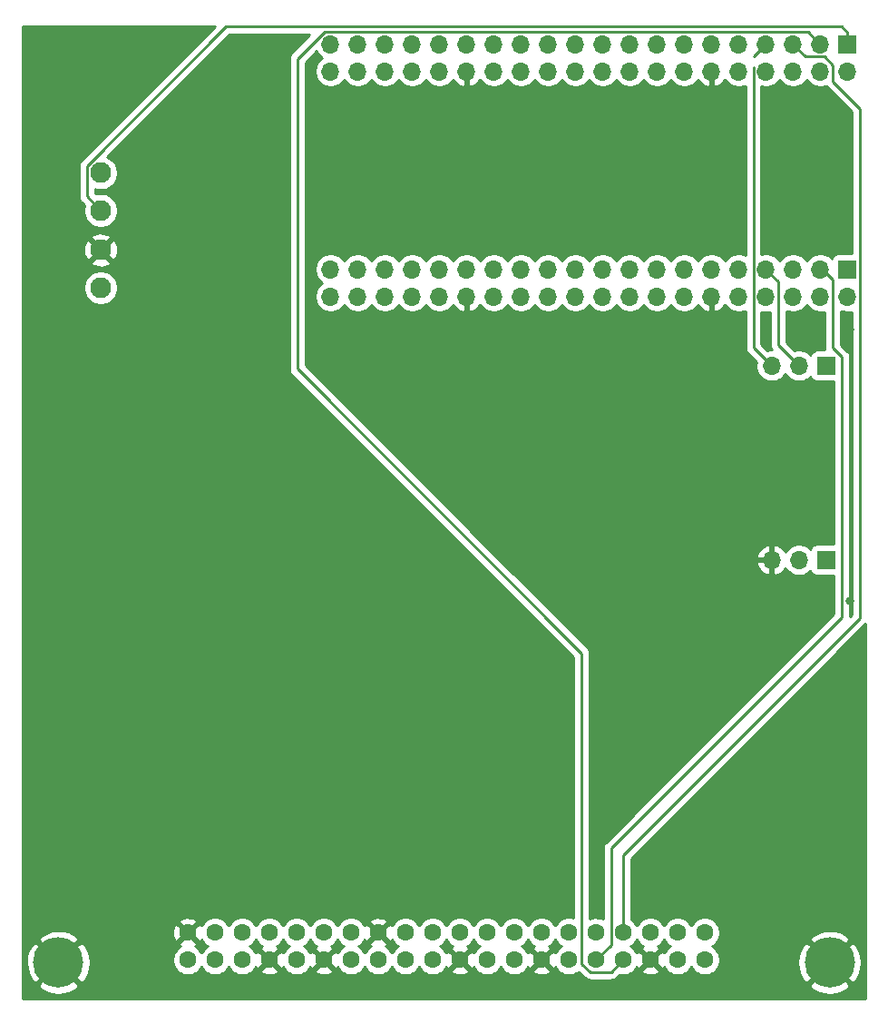
<source format=gbl>
G04 #@! TF.GenerationSoftware,KiCad,Pcbnew,(5.1.5)-3*
G04 #@! TF.CreationDate,2023-03-23T18:14:07-07:00*
G04 #@! TF.ProjectId,breakout_pcb,62726561-6b6f-4757-945f-7063622e6b69,rev?*
G04 #@! TF.SameCoordinates,Original*
G04 #@! TF.FileFunction,Copper,L4,Bot*
G04 #@! TF.FilePolarity,Positive*
%FSLAX46Y46*%
G04 Gerber Fmt 4.6, Leading zero omitted, Abs format (unit mm)*
G04 Created by KiCad (PCBNEW (5.1.5)-3) date 2023-03-23 18:14:07*
%MOMM*%
%LPD*%
G04 APERTURE LIST*
%ADD10C,4.700000*%
%ADD11O,1.700000X1.700000*%
%ADD12R,1.700000X1.700000*%
%ADD13C,1.600200*%
%ADD14C,1.950000*%
%ADD15C,0.800000*%
%ADD16C,0.250000*%
%ADD17C,0.254000*%
G04 APERTURE END LIST*
D10*
X176000000Y-168000000D03*
X104000000Y-168000000D03*
D11*
X129410000Y-84890000D03*
X129410000Y-82350000D03*
X131950000Y-84890000D03*
X131950000Y-82350000D03*
X134490000Y-84890000D03*
X134490000Y-82350000D03*
X137030000Y-84890000D03*
X137030000Y-82350000D03*
X139570000Y-84890000D03*
X139570000Y-82350000D03*
X142110000Y-84890000D03*
X142110000Y-82350000D03*
X144650000Y-84890000D03*
X144650000Y-82350000D03*
X147190000Y-84890000D03*
X147190000Y-82350000D03*
X149730000Y-84890000D03*
X149730000Y-82350000D03*
X152270000Y-84890000D03*
X152270000Y-82350000D03*
X154810000Y-84890000D03*
X154810000Y-82350000D03*
X157350000Y-84890000D03*
X157350000Y-82350000D03*
X159890000Y-84890000D03*
X159890000Y-82350000D03*
X162430000Y-84890000D03*
X162430000Y-82350000D03*
X164970000Y-84890000D03*
X164970000Y-82350000D03*
X167510000Y-84890000D03*
X167510000Y-82350000D03*
X170050000Y-84890000D03*
X170050000Y-82350000D03*
X172590000Y-84890000D03*
X172590000Y-82350000D03*
X175130000Y-84890000D03*
X175130000Y-82350000D03*
X177670000Y-84890000D03*
D12*
X177670000Y-82350000D03*
D13*
X116080000Y-167760000D03*
X116080000Y-165220000D03*
X118620000Y-167760000D03*
X118620000Y-165220000D03*
X121160000Y-167760000D03*
X121160000Y-165220000D03*
X123700000Y-167760000D03*
X123700000Y-165220000D03*
X126240000Y-167760000D03*
X126240000Y-165220000D03*
X128780000Y-167760000D03*
X128780000Y-165220000D03*
X131320000Y-167760000D03*
X131320000Y-165220000D03*
X133860000Y-167760000D03*
X133860000Y-165220000D03*
X136400000Y-167760000D03*
X136400000Y-165220000D03*
X138940000Y-167760000D03*
X138940000Y-165220000D03*
X141480000Y-167760000D03*
X141480000Y-165220000D03*
X144020000Y-167760000D03*
X144020000Y-165220000D03*
X146560000Y-167760000D03*
X146560000Y-165220000D03*
X149100000Y-167760000D03*
X149100000Y-165220000D03*
X151640000Y-167760000D03*
X151640000Y-165220000D03*
X154180000Y-167760000D03*
X154180000Y-165220000D03*
X156720000Y-167760000D03*
X156720000Y-165220000D03*
X159260000Y-167760000D03*
X159260000Y-165220000D03*
X161800000Y-167760000D03*
X161800000Y-165220000D03*
X164340000Y-167760000D03*
X164340000Y-165220000D03*
D14*
X107960000Y-97860000D03*
X107960000Y-94360000D03*
X107960000Y-105060000D03*
X107960000Y-101560000D03*
D11*
X170590000Y-130450000D03*
X173130000Y-130450000D03*
D12*
X175670000Y-130450000D03*
D11*
X170590000Y-112350000D03*
X173130000Y-112350000D03*
D12*
X175670000Y-112350000D03*
D11*
X129410000Y-105890000D03*
X129410000Y-103350000D03*
X131950000Y-105890000D03*
X131950000Y-103350000D03*
X134490000Y-105890000D03*
X134490000Y-103350000D03*
X137030000Y-105890000D03*
X137030000Y-103350000D03*
X139570000Y-105890000D03*
X139570000Y-103350000D03*
X142110000Y-105890000D03*
X142110000Y-103350000D03*
X144650000Y-105890000D03*
X144650000Y-103350000D03*
X147190000Y-105890000D03*
X147190000Y-103350000D03*
X149730000Y-105890000D03*
X149730000Y-103350000D03*
X152270000Y-105890000D03*
X152270000Y-103350000D03*
X154810000Y-105890000D03*
X154810000Y-103350000D03*
X157350000Y-105890000D03*
X157350000Y-103350000D03*
X159890000Y-105890000D03*
X159890000Y-103350000D03*
X162430000Y-105890000D03*
X162430000Y-103350000D03*
X164970000Y-105890000D03*
X164970000Y-103350000D03*
X167510000Y-105890000D03*
X167510000Y-103350000D03*
X170050000Y-105890000D03*
X170050000Y-103350000D03*
X172590000Y-105890000D03*
X172590000Y-103350000D03*
X175130000Y-105890000D03*
X175130000Y-103350000D03*
X177670000Y-105890000D03*
D12*
X177670000Y-103350000D03*
D15*
X171710000Y-90470000D03*
X176410000Y-90470000D03*
X176460000Y-93740000D03*
X171710000Y-93690000D03*
X173840000Y-109010000D03*
X177920000Y-108930000D03*
X177880000Y-134260000D03*
X170000000Y-108990000D03*
D16*
X168874999Y-83525001D02*
X169200001Y-83199999D01*
X168874999Y-110634999D02*
X168874999Y-84525001D01*
X169200001Y-83199999D02*
X170050000Y-82350000D01*
X170590000Y-112350000D02*
X168874999Y-110634999D01*
X173765001Y-83525001D02*
X172590000Y-82350000D01*
X175504003Y-83525001D02*
X173765001Y-83525001D01*
X176305001Y-84325999D02*
X175504003Y-83525001D01*
X156720000Y-157986000D02*
X178845001Y-135860999D01*
X156720000Y-165220000D02*
X156720000Y-157986000D01*
X178845001Y-135860999D02*
X178845001Y-88365001D01*
X178845001Y-88365001D02*
X176305001Y-85825001D01*
X176305001Y-85825001D02*
X176305001Y-84325999D01*
X155594899Y-168885101D02*
X156720000Y-167760000D01*
X153639951Y-168885101D02*
X155594899Y-168885101D01*
X152870000Y-168115150D02*
X153639951Y-168885101D01*
X152870000Y-139210000D02*
X152870000Y-168115150D01*
X173954999Y-81174999D02*
X128845999Y-81174999D01*
X126290000Y-112630000D02*
X152870000Y-139210000D01*
X128845999Y-81174999D02*
X126290000Y-83730998D01*
X175130000Y-82350000D02*
X173954999Y-81174999D01*
X126290000Y-83730998D02*
X126290000Y-112630000D01*
X177670000Y-81250000D02*
X177670000Y-82350000D01*
X177144990Y-80724990D02*
X177670000Y-81250000D01*
X119671008Y-80724990D02*
X177144990Y-80724990D01*
X106659999Y-93735999D02*
X119671008Y-80724990D01*
X106659999Y-96559999D02*
X106659999Y-93735999D01*
X107960000Y-97860000D02*
X106659999Y-96559999D01*
X176305001Y-110699999D02*
X176305001Y-104325999D01*
X155594899Y-166345101D02*
X155594899Y-157333101D01*
X155594899Y-157333101D02*
X177154999Y-135773001D01*
X176305001Y-104325999D02*
X175130000Y-103150998D01*
X154180000Y-167760000D02*
X155594899Y-166345101D01*
X177154999Y-135773001D02*
X177154999Y-111549997D01*
X177154999Y-111549997D02*
X176305001Y-110699999D01*
X171225001Y-110445001D02*
X173130000Y-112350000D01*
X171225001Y-104525001D02*
X171225001Y-110445001D01*
X171225001Y-104525001D02*
X170050000Y-103350000D01*
D17*
G36*
X106148997Y-93172200D02*
G01*
X106119999Y-93195998D01*
X106096201Y-93224996D01*
X106096200Y-93224997D01*
X106025025Y-93311723D01*
X105954453Y-93443753D01*
X105910997Y-93587014D01*
X105896323Y-93735999D01*
X105900000Y-93773331D01*
X105899999Y-96522676D01*
X105896323Y-96559999D01*
X105899999Y-96597321D01*
X105899999Y-96597331D01*
X105910996Y-96708984D01*
X105948823Y-96833685D01*
X105954453Y-96852245D01*
X106025025Y-96984275D01*
X106064870Y-97032825D01*
X106119998Y-97100000D01*
X106149002Y-97123803D01*
X106412957Y-97387758D01*
X106411871Y-97390380D01*
X106350000Y-97701429D01*
X106350000Y-98018571D01*
X106411871Y-98329620D01*
X106533237Y-98622621D01*
X106709431Y-98886315D01*
X106933685Y-99110569D01*
X107197379Y-99286763D01*
X107490380Y-99408129D01*
X107801429Y-99470000D01*
X108118571Y-99470000D01*
X108429620Y-99408129D01*
X108722621Y-99286763D01*
X108986315Y-99110569D01*
X109210569Y-98886315D01*
X109386763Y-98622621D01*
X109508129Y-98329620D01*
X109570000Y-98018571D01*
X109570000Y-97701429D01*
X109508129Y-97390380D01*
X109386763Y-97097379D01*
X109210569Y-96833685D01*
X108986315Y-96609431D01*
X108722621Y-96433237D01*
X108429620Y-96311871D01*
X108118571Y-96250000D01*
X107801429Y-96250000D01*
X107490380Y-96311871D01*
X107487758Y-96312957D01*
X107419999Y-96245198D01*
X107419999Y-95878976D01*
X107490380Y-95908129D01*
X107801429Y-95970000D01*
X108118571Y-95970000D01*
X108429620Y-95908129D01*
X108722621Y-95786763D01*
X108986315Y-95610569D01*
X109210569Y-95386315D01*
X109386763Y-95122621D01*
X109508129Y-94829620D01*
X109570000Y-94518571D01*
X109570000Y-94201429D01*
X109508129Y-93890380D01*
X109386763Y-93597379D01*
X109210569Y-93333685D01*
X108986315Y-93109431D01*
X108722621Y-92933237D01*
X108591765Y-92879034D01*
X119985811Y-81484990D01*
X127461206Y-81484990D01*
X125779003Y-83167194D01*
X125749999Y-83190997D01*
X125694871Y-83258172D01*
X125655026Y-83306722D01*
X125602495Y-83405000D01*
X125584454Y-83438752D01*
X125540997Y-83582013D01*
X125530000Y-83693666D01*
X125530000Y-83693676D01*
X125526324Y-83730998D01*
X125530000Y-83768320D01*
X125530001Y-112592667D01*
X125526324Y-112630000D01*
X125540998Y-112778985D01*
X125584454Y-112922246D01*
X125655026Y-113054276D01*
X125691733Y-113099003D01*
X125750000Y-113170001D01*
X125778998Y-113193799D01*
X152110000Y-139524803D01*
X152110001Y-163861340D01*
X152058603Y-163840050D01*
X151781345Y-163784900D01*
X151498655Y-163784900D01*
X151221397Y-163840050D01*
X150960225Y-163948231D01*
X150725177Y-164105285D01*
X150525285Y-164305177D01*
X150370000Y-164537578D01*
X150214715Y-164305177D01*
X150014823Y-164105285D01*
X149779775Y-163948231D01*
X149518603Y-163840050D01*
X149241345Y-163784900D01*
X148958655Y-163784900D01*
X148681397Y-163840050D01*
X148420225Y-163948231D01*
X148185177Y-164105285D01*
X147985285Y-164305177D01*
X147830000Y-164537578D01*
X147674715Y-164305177D01*
X147474823Y-164105285D01*
X147239775Y-163948231D01*
X146978603Y-163840050D01*
X146701345Y-163784900D01*
X146418655Y-163784900D01*
X146141397Y-163840050D01*
X145880225Y-163948231D01*
X145645177Y-164105285D01*
X145445285Y-164305177D01*
X145290000Y-164537578D01*
X145134715Y-164305177D01*
X144934823Y-164105285D01*
X144699775Y-163948231D01*
X144438603Y-163840050D01*
X144161345Y-163784900D01*
X143878655Y-163784900D01*
X143601397Y-163840050D01*
X143340225Y-163948231D01*
X143105177Y-164105285D01*
X142905285Y-164305177D01*
X142750000Y-164537578D01*
X142594715Y-164305177D01*
X142394823Y-164105285D01*
X142159775Y-163948231D01*
X141898603Y-163840050D01*
X141621345Y-163784900D01*
X141338655Y-163784900D01*
X141061397Y-163840050D01*
X140800225Y-163948231D01*
X140565177Y-164105285D01*
X140365285Y-164305177D01*
X140210000Y-164537578D01*
X140054715Y-164305177D01*
X139854823Y-164105285D01*
X139619775Y-163948231D01*
X139358603Y-163840050D01*
X139081345Y-163784900D01*
X138798655Y-163784900D01*
X138521397Y-163840050D01*
X138260225Y-163948231D01*
X138025177Y-164105285D01*
X137825285Y-164305177D01*
X137670000Y-164537578D01*
X137514715Y-164305177D01*
X137314823Y-164105285D01*
X137079775Y-163948231D01*
X136818603Y-163840050D01*
X136541345Y-163784900D01*
X136258655Y-163784900D01*
X135981397Y-163840050D01*
X135720225Y-163948231D01*
X135485177Y-164105285D01*
X135285285Y-164305177D01*
X135129095Y-164538932D01*
X135096754Y-164478426D01*
X134852774Y-164406831D01*
X134039605Y-165220000D01*
X134852774Y-166033169D01*
X135096754Y-165961574D01*
X135127188Y-165897256D01*
X135128231Y-165899775D01*
X135285285Y-166134823D01*
X135485177Y-166334715D01*
X135717578Y-166490000D01*
X135485177Y-166645285D01*
X135285285Y-166845177D01*
X135130000Y-167077578D01*
X134974715Y-166845177D01*
X134774823Y-166645285D01*
X134541068Y-166489095D01*
X134601574Y-166456754D01*
X134673169Y-166212774D01*
X133860000Y-165399605D01*
X133046831Y-166212774D01*
X133118426Y-166456754D01*
X133182744Y-166487188D01*
X133180225Y-166488231D01*
X132945177Y-166645285D01*
X132745285Y-166845177D01*
X132590000Y-167077578D01*
X132434715Y-166845177D01*
X132234823Y-166645285D01*
X132002422Y-166490000D01*
X132234823Y-166334715D01*
X132434715Y-166134823D01*
X132590905Y-165901068D01*
X132623246Y-165961574D01*
X132867226Y-166033169D01*
X133680395Y-165220000D01*
X132867226Y-164406831D01*
X132623246Y-164478426D01*
X132592812Y-164542744D01*
X132591769Y-164540225D01*
X132434715Y-164305177D01*
X132356764Y-164227226D01*
X133046831Y-164227226D01*
X133860000Y-165040395D01*
X134673169Y-164227226D01*
X134601574Y-163983246D01*
X134346046Y-163862336D01*
X134071839Y-163793600D01*
X133789492Y-163779680D01*
X133509853Y-163821111D01*
X133243672Y-163916300D01*
X133118426Y-163983246D01*
X133046831Y-164227226D01*
X132356764Y-164227226D01*
X132234823Y-164105285D01*
X131999775Y-163948231D01*
X131738603Y-163840050D01*
X131461345Y-163784900D01*
X131178655Y-163784900D01*
X130901397Y-163840050D01*
X130640225Y-163948231D01*
X130405177Y-164105285D01*
X130205285Y-164305177D01*
X130050000Y-164537578D01*
X129894715Y-164305177D01*
X129694823Y-164105285D01*
X129459775Y-163948231D01*
X129198603Y-163840050D01*
X128921345Y-163784900D01*
X128638655Y-163784900D01*
X128361397Y-163840050D01*
X128100225Y-163948231D01*
X127865177Y-164105285D01*
X127665285Y-164305177D01*
X127510000Y-164537578D01*
X127354715Y-164305177D01*
X127154823Y-164105285D01*
X126919775Y-163948231D01*
X126658603Y-163840050D01*
X126381345Y-163784900D01*
X126098655Y-163784900D01*
X125821397Y-163840050D01*
X125560225Y-163948231D01*
X125325177Y-164105285D01*
X125125285Y-164305177D01*
X124970000Y-164537578D01*
X124814715Y-164305177D01*
X124614823Y-164105285D01*
X124379775Y-163948231D01*
X124118603Y-163840050D01*
X123841345Y-163784900D01*
X123558655Y-163784900D01*
X123281397Y-163840050D01*
X123020225Y-163948231D01*
X122785177Y-164105285D01*
X122585285Y-164305177D01*
X122430000Y-164537578D01*
X122274715Y-164305177D01*
X122074823Y-164105285D01*
X121839775Y-163948231D01*
X121578603Y-163840050D01*
X121301345Y-163784900D01*
X121018655Y-163784900D01*
X120741397Y-163840050D01*
X120480225Y-163948231D01*
X120245177Y-164105285D01*
X120045285Y-164305177D01*
X119890000Y-164537578D01*
X119734715Y-164305177D01*
X119534823Y-164105285D01*
X119299775Y-163948231D01*
X119038603Y-163840050D01*
X118761345Y-163784900D01*
X118478655Y-163784900D01*
X118201397Y-163840050D01*
X117940225Y-163948231D01*
X117705177Y-164105285D01*
X117505285Y-164305177D01*
X117349095Y-164538932D01*
X117316754Y-164478426D01*
X117072774Y-164406831D01*
X116259605Y-165220000D01*
X117072774Y-166033169D01*
X117316754Y-165961574D01*
X117347188Y-165897256D01*
X117348231Y-165899775D01*
X117505285Y-166134823D01*
X117705177Y-166334715D01*
X117937578Y-166490000D01*
X117705177Y-166645285D01*
X117505285Y-166845177D01*
X117350000Y-167077578D01*
X117194715Y-166845177D01*
X116994823Y-166645285D01*
X116761068Y-166489095D01*
X116821574Y-166456754D01*
X116893169Y-166212774D01*
X116080000Y-165399605D01*
X115266831Y-166212774D01*
X115338426Y-166456754D01*
X115402744Y-166487188D01*
X115400225Y-166488231D01*
X115165177Y-166645285D01*
X114965285Y-166845177D01*
X114808231Y-167080225D01*
X114700050Y-167341397D01*
X114644900Y-167618655D01*
X114644900Y-167901345D01*
X114700050Y-168178603D01*
X114808231Y-168439775D01*
X114965285Y-168674823D01*
X115165177Y-168874715D01*
X115400225Y-169031769D01*
X115661397Y-169139950D01*
X115938655Y-169195100D01*
X116221345Y-169195100D01*
X116498603Y-169139950D01*
X116759775Y-169031769D01*
X116994823Y-168874715D01*
X117194715Y-168674823D01*
X117350000Y-168442422D01*
X117505285Y-168674823D01*
X117705177Y-168874715D01*
X117940225Y-169031769D01*
X118201397Y-169139950D01*
X118478655Y-169195100D01*
X118761345Y-169195100D01*
X119038603Y-169139950D01*
X119299775Y-169031769D01*
X119534823Y-168874715D01*
X119734715Y-168674823D01*
X119890000Y-168442422D01*
X120045285Y-168674823D01*
X120245177Y-168874715D01*
X120480225Y-169031769D01*
X120741397Y-169139950D01*
X121018655Y-169195100D01*
X121301345Y-169195100D01*
X121578603Y-169139950D01*
X121839775Y-169031769D01*
X122074823Y-168874715D01*
X122196764Y-168752774D01*
X122886831Y-168752774D01*
X122958426Y-168996754D01*
X123213954Y-169117664D01*
X123488161Y-169186400D01*
X123770508Y-169200320D01*
X124050147Y-169158889D01*
X124316328Y-169063700D01*
X124441574Y-168996754D01*
X124513169Y-168752774D01*
X123700000Y-167939605D01*
X122886831Y-168752774D01*
X122196764Y-168752774D01*
X122274715Y-168674823D01*
X122430905Y-168441068D01*
X122463246Y-168501574D01*
X122707226Y-168573169D01*
X123520395Y-167760000D01*
X122707226Y-166946831D01*
X122463246Y-167018426D01*
X122432812Y-167082744D01*
X122431769Y-167080225D01*
X122274715Y-166845177D01*
X122074823Y-166645285D01*
X121842422Y-166490000D01*
X122074823Y-166334715D01*
X122274715Y-166134823D01*
X122430000Y-165902422D01*
X122585285Y-166134823D01*
X122785177Y-166334715D01*
X123018932Y-166490905D01*
X122958426Y-166523246D01*
X122886831Y-166767226D01*
X123700000Y-167580395D01*
X124513169Y-166767226D01*
X124441574Y-166523246D01*
X124377256Y-166492812D01*
X124379775Y-166491769D01*
X124614823Y-166334715D01*
X124814715Y-166134823D01*
X124970000Y-165902422D01*
X125125285Y-166134823D01*
X125325177Y-166334715D01*
X125557578Y-166490000D01*
X125325177Y-166645285D01*
X125125285Y-166845177D01*
X124969095Y-167078932D01*
X124936754Y-167018426D01*
X124692774Y-166946831D01*
X123879605Y-167760000D01*
X124692774Y-168573169D01*
X124936754Y-168501574D01*
X124967188Y-168437256D01*
X124968231Y-168439775D01*
X125125285Y-168674823D01*
X125325177Y-168874715D01*
X125560225Y-169031769D01*
X125821397Y-169139950D01*
X126098655Y-169195100D01*
X126381345Y-169195100D01*
X126658603Y-169139950D01*
X126919775Y-169031769D01*
X127154823Y-168874715D01*
X127276764Y-168752774D01*
X127966831Y-168752774D01*
X128038426Y-168996754D01*
X128293954Y-169117664D01*
X128568161Y-169186400D01*
X128850508Y-169200320D01*
X129130147Y-169158889D01*
X129396328Y-169063700D01*
X129521574Y-168996754D01*
X129593169Y-168752774D01*
X128780000Y-167939605D01*
X127966831Y-168752774D01*
X127276764Y-168752774D01*
X127354715Y-168674823D01*
X127510905Y-168441068D01*
X127543246Y-168501574D01*
X127787226Y-168573169D01*
X128600395Y-167760000D01*
X127787226Y-166946831D01*
X127543246Y-167018426D01*
X127512812Y-167082744D01*
X127511769Y-167080225D01*
X127354715Y-166845177D01*
X127154823Y-166645285D01*
X126922422Y-166490000D01*
X127154823Y-166334715D01*
X127354715Y-166134823D01*
X127510000Y-165902422D01*
X127665285Y-166134823D01*
X127865177Y-166334715D01*
X128098932Y-166490905D01*
X128038426Y-166523246D01*
X127966831Y-166767226D01*
X128780000Y-167580395D01*
X129593169Y-166767226D01*
X129521574Y-166523246D01*
X129457256Y-166492812D01*
X129459775Y-166491769D01*
X129694823Y-166334715D01*
X129894715Y-166134823D01*
X130050000Y-165902422D01*
X130205285Y-166134823D01*
X130405177Y-166334715D01*
X130637578Y-166490000D01*
X130405177Y-166645285D01*
X130205285Y-166845177D01*
X130049095Y-167078932D01*
X130016754Y-167018426D01*
X129772774Y-166946831D01*
X128959605Y-167760000D01*
X129772774Y-168573169D01*
X130016754Y-168501574D01*
X130047188Y-168437256D01*
X130048231Y-168439775D01*
X130205285Y-168674823D01*
X130405177Y-168874715D01*
X130640225Y-169031769D01*
X130901397Y-169139950D01*
X131178655Y-169195100D01*
X131461345Y-169195100D01*
X131738603Y-169139950D01*
X131999775Y-169031769D01*
X132234823Y-168874715D01*
X132434715Y-168674823D01*
X132590000Y-168442422D01*
X132745285Y-168674823D01*
X132945177Y-168874715D01*
X133180225Y-169031769D01*
X133441397Y-169139950D01*
X133718655Y-169195100D01*
X134001345Y-169195100D01*
X134278603Y-169139950D01*
X134539775Y-169031769D01*
X134774823Y-168874715D01*
X134974715Y-168674823D01*
X135130000Y-168442422D01*
X135285285Y-168674823D01*
X135485177Y-168874715D01*
X135720225Y-169031769D01*
X135981397Y-169139950D01*
X136258655Y-169195100D01*
X136541345Y-169195100D01*
X136818603Y-169139950D01*
X137079775Y-169031769D01*
X137314823Y-168874715D01*
X137514715Y-168674823D01*
X137670000Y-168442422D01*
X137825285Y-168674823D01*
X138025177Y-168874715D01*
X138260225Y-169031769D01*
X138521397Y-169139950D01*
X138798655Y-169195100D01*
X139081345Y-169195100D01*
X139358603Y-169139950D01*
X139619775Y-169031769D01*
X139854823Y-168874715D01*
X139976764Y-168752774D01*
X140666831Y-168752774D01*
X140738426Y-168996754D01*
X140993954Y-169117664D01*
X141268161Y-169186400D01*
X141550508Y-169200320D01*
X141830147Y-169158889D01*
X142096328Y-169063700D01*
X142221574Y-168996754D01*
X142293169Y-168752774D01*
X141480000Y-167939605D01*
X140666831Y-168752774D01*
X139976764Y-168752774D01*
X140054715Y-168674823D01*
X140210905Y-168441068D01*
X140243246Y-168501574D01*
X140487226Y-168573169D01*
X141300395Y-167760000D01*
X140487226Y-166946831D01*
X140243246Y-167018426D01*
X140212812Y-167082744D01*
X140211769Y-167080225D01*
X140054715Y-166845177D01*
X139854823Y-166645285D01*
X139622422Y-166490000D01*
X139854823Y-166334715D01*
X140054715Y-166134823D01*
X140210000Y-165902422D01*
X140365285Y-166134823D01*
X140565177Y-166334715D01*
X140798932Y-166490905D01*
X140738426Y-166523246D01*
X140666831Y-166767226D01*
X141480000Y-167580395D01*
X142293169Y-166767226D01*
X142221574Y-166523246D01*
X142157256Y-166492812D01*
X142159775Y-166491769D01*
X142394823Y-166334715D01*
X142594715Y-166134823D01*
X142750000Y-165902422D01*
X142905285Y-166134823D01*
X143105177Y-166334715D01*
X143337578Y-166490000D01*
X143105177Y-166645285D01*
X142905285Y-166845177D01*
X142749095Y-167078932D01*
X142716754Y-167018426D01*
X142472774Y-166946831D01*
X141659605Y-167760000D01*
X142472774Y-168573169D01*
X142716754Y-168501574D01*
X142747188Y-168437256D01*
X142748231Y-168439775D01*
X142905285Y-168674823D01*
X143105177Y-168874715D01*
X143340225Y-169031769D01*
X143601397Y-169139950D01*
X143878655Y-169195100D01*
X144161345Y-169195100D01*
X144438603Y-169139950D01*
X144699775Y-169031769D01*
X144934823Y-168874715D01*
X145134715Y-168674823D01*
X145290000Y-168442422D01*
X145445285Y-168674823D01*
X145645177Y-168874715D01*
X145880225Y-169031769D01*
X146141397Y-169139950D01*
X146418655Y-169195100D01*
X146701345Y-169195100D01*
X146978603Y-169139950D01*
X147239775Y-169031769D01*
X147474823Y-168874715D01*
X147596764Y-168752774D01*
X148286831Y-168752774D01*
X148358426Y-168996754D01*
X148613954Y-169117664D01*
X148888161Y-169186400D01*
X149170508Y-169200320D01*
X149450147Y-169158889D01*
X149716328Y-169063700D01*
X149841574Y-168996754D01*
X149913169Y-168752774D01*
X149100000Y-167939605D01*
X148286831Y-168752774D01*
X147596764Y-168752774D01*
X147674715Y-168674823D01*
X147830905Y-168441068D01*
X147863246Y-168501574D01*
X148107226Y-168573169D01*
X148920395Y-167760000D01*
X148107226Y-166946831D01*
X147863246Y-167018426D01*
X147832812Y-167082744D01*
X147831769Y-167080225D01*
X147674715Y-166845177D01*
X147474823Y-166645285D01*
X147242422Y-166490000D01*
X147474823Y-166334715D01*
X147674715Y-166134823D01*
X147830000Y-165902422D01*
X147985285Y-166134823D01*
X148185177Y-166334715D01*
X148418932Y-166490905D01*
X148358426Y-166523246D01*
X148286831Y-166767226D01*
X149100000Y-167580395D01*
X149913169Y-166767226D01*
X149841574Y-166523246D01*
X149777256Y-166492812D01*
X149779775Y-166491769D01*
X150014823Y-166334715D01*
X150214715Y-166134823D01*
X150370000Y-165902422D01*
X150525285Y-166134823D01*
X150725177Y-166334715D01*
X150957578Y-166490000D01*
X150725177Y-166645285D01*
X150525285Y-166845177D01*
X150369095Y-167078932D01*
X150336754Y-167018426D01*
X150092774Y-166946831D01*
X149279605Y-167760000D01*
X150092774Y-168573169D01*
X150336754Y-168501574D01*
X150367188Y-168437256D01*
X150368231Y-168439775D01*
X150525285Y-168674823D01*
X150725177Y-168874715D01*
X150960225Y-169031769D01*
X151221397Y-169139950D01*
X151498655Y-169195100D01*
X151781345Y-169195100D01*
X152058603Y-169139950D01*
X152319775Y-169031769D01*
X152554787Y-168874739D01*
X153076152Y-169396103D01*
X153099950Y-169425102D01*
X153128948Y-169448900D01*
X153215674Y-169520075D01*
X153347704Y-169590647D01*
X153490965Y-169634104D01*
X153602618Y-169645101D01*
X153602627Y-169645101D01*
X153639950Y-169648777D01*
X153677273Y-169645101D01*
X155557577Y-169645101D01*
X155594899Y-169648777D01*
X155632221Y-169645101D01*
X155632232Y-169645101D01*
X155743885Y-169634104D01*
X155887146Y-169590647D01*
X156019175Y-169520075D01*
X156134900Y-169425102D01*
X156158703Y-169396099D01*
X156396028Y-169158773D01*
X156578655Y-169195100D01*
X156861345Y-169195100D01*
X157138603Y-169139950D01*
X157399775Y-169031769D01*
X157634823Y-168874715D01*
X157756764Y-168752774D01*
X158446831Y-168752774D01*
X158518426Y-168996754D01*
X158773954Y-169117664D01*
X159048161Y-169186400D01*
X159330508Y-169200320D01*
X159610147Y-169158889D01*
X159876328Y-169063700D01*
X160001574Y-168996754D01*
X160073169Y-168752774D01*
X159260000Y-167939605D01*
X158446831Y-168752774D01*
X157756764Y-168752774D01*
X157834715Y-168674823D01*
X157990905Y-168441068D01*
X158023246Y-168501574D01*
X158267226Y-168573169D01*
X159080395Y-167760000D01*
X158267226Y-166946831D01*
X158023246Y-167018426D01*
X157992812Y-167082744D01*
X157991769Y-167080225D01*
X157834715Y-166845177D01*
X157634823Y-166645285D01*
X157402422Y-166490000D01*
X157634823Y-166334715D01*
X157834715Y-166134823D01*
X157990000Y-165902422D01*
X158145285Y-166134823D01*
X158345177Y-166334715D01*
X158578932Y-166490905D01*
X158518426Y-166523246D01*
X158446831Y-166767226D01*
X159260000Y-167580395D01*
X160073169Y-166767226D01*
X160001574Y-166523246D01*
X159937256Y-166492812D01*
X159939775Y-166491769D01*
X160174823Y-166334715D01*
X160374715Y-166134823D01*
X160530000Y-165902422D01*
X160685285Y-166134823D01*
X160885177Y-166334715D01*
X161117578Y-166490000D01*
X160885177Y-166645285D01*
X160685285Y-166845177D01*
X160529095Y-167078932D01*
X160496754Y-167018426D01*
X160252774Y-166946831D01*
X159439605Y-167760000D01*
X160252774Y-168573169D01*
X160496754Y-168501574D01*
X160527188Y-168437256D01*
X160528231Y-168439775D01*
X160685285Y-168674823D01*
X160885177Y-168874715D01*
X161120225Y-169031769D01*
X161381397Y-169139950D01*
X161658655Y-169195100D01*
X161941345Y-169195100D01*
X162218603Y-169139950D01*
X162479775Y-169031769D01*
X162714823Y-168874715D01*
X162914715Y-168674823D01*
X163070000Y-168442422D01*
X163225285Y-168674823D01*
X163425177Y-168874715D01*
X163660225Y-169031769D01*
X163921397Y-169139950D01*
X164198655Y-169195100D01*
X164481345Y-169195100D01*
X164758603Y-169139950D01*
X165019775Y-169031769D01*
X165254823Y-168874715D01*
X165454715Y-168674823D01*
X165611769Y-168439775D01*
X165719950Y-168178603D01*
X165753636Y-168009250D01*
X173000570Y-168009250D01*
X173060008Y-168594233D01*
X173232429Y-169156379D01*
X173500927Y-169658702D01*
X173903532Y-169916863D01*
X175820395Y-168000000D01*
X176179605Y-168000000D01*
X178096468Y-169916863D01*
X178499073Y-169658702D01*
X178774651Y-169139285D01*
X178943601Y-168576087D01*
X178999430Y-167990750D01*
X178939992Y-167405767D01*
X178767571Y-166843621D01*
X178499073Y-166341298D01*
X178096468Y-166083137D01*
X176179605Y-168000000D01*
X175820395Y-168000000D01*
X173903532Y-166083137D01*
X173500927Y-166341298D01*
X173225349Y-166860715D01*
X173056399Y-167423913D01*
X173000570Y-168009250D01*
X165753636Y-168009250D01*
X165775100Y-167901345D01*
X165775100Y-167618655D01*
X165719950Y-167341397D01*
X165611769Y-167080225D01*
X165454715Y-166845177D01*
X165254823Y-166645285D01*
X165022422Y-166490000D01*
X165254823Y-166334715D01*
X165454715Y-166134823D01*
X165609258Y-165903532D01*
X174083137Y-165903532D01*
X176000000Y-167820395D01*
X177916863Y-165903532D01*
X177658702Y-165500927D01*
X177139285Y-165225349D01*
X176576087Y-165056399D01*
X175990750Y-165000570D01*
X175405767Y-165060008D01*
X174843621Y-165232429D01*
X174341298Y-165500927D01*
X174083137Y-165903532D01*
X165609258Y-165903532D01*
X165611769Y-165899775D01*
X165719950Y-165638603D01*
X165775100Y-165361345D01*
X165775100Y-165078655D01*
X165719950Y-164801397D01*
X165611769Y-164540225D01*
X165454715Y-164305177D01*
X165254823Y-164105285D01*
X165019775Y-163948231D01*
X164758603Y-163840050D01*
X164481345Y-163784900D01*
X164198655Y-163784900D01*
X163921397Y-163840050D01*
X163660225Y-163948231D01*
X163425177Y-164105285D01*
X163225285Y-164305177D01*
X163070000Y-164537578D01*
X162914715Y-164305177D01*
X162714823Y-164105285D01*
X162479775Y-163948231D01*
X162218603Y-163840050D01*
X161941345Y-163784900D01*
X161658655Y-163784900D01*
X161381397Y-163840050D01*
X161120225Y-163948231D01*
X160885177Y-164105285D01*
X160685285Y-164305177D01*
X160530000Y-164537578D01*
X160374715Y-164305177D01*
X160174823Y-164105285D01*
X159939775Y-163948231D01*
X159678603Y-163840050D01*
X159401345Y-163784900D01*
X159118655Y-163784900D01*
X158841397Y-163840050D01*
X158580225Y-163948231D01*
X158345177Y-164105285D01*
X158145285Y-164305177D01*
X157990000Y-164537578D01*
X157834715Y-164305177D01*
X157634823Y-164105285D01*
X157480000Y-164001836D01*
X157480000Y-158300801D01*
X179340001Y-136440802D01*
X179340001Y-171340000D01*
X100660000Y-171340000D01*
X100660000Y-170096468D01*
X102083137Y-170096468D01*
X102341298Y-170499073D01*
X102860715Y-170774651D01*
X103423913Y-170943601D01*
X104009250Y-170999430D01*
X104594233Y-170939992D01*
X105156379Y-170767571D01*
X105658702Y-170499073D01*
X105916863Y-170096468D01*
X174083137Y-170096468D01*
X174341298Y-170499073D01*
X174860715Y-170774651D01*
X175423913Y-170943601D01*
X176009250Y-170999430D01*
X176594233Y-170939992D01*
X177156379Y-170767571D01*
X177658702Y-170499073D01*
X177916863Y-170096468D01*
X176000000Y-168179605D01*
X174083137Y-170096468D01*
X105916863Y-170096468D01*
X104000000Y-168179605D01*
X102083137Y-170096468D01*
X100660000Y-170096468D01*
X100660000Y-168009250D01*
X101000570Y-168009250D01*
X101060008Y-168594233D01*
X101232429Y-169156379D01*
X101500927Y-169658702D01*
X101903532Y-169916863D01*
X103820395Y-168000000D01*
X104179605Y-168000000D01*
X106096468Y-169916863D01*
X106499073Y-169658702D01*
X106774651Y-169139285D01*
X106943601Y-168576087D01*
X106999430Y-167990750D01*
X106939992Y-167405767D01*
X106767571Y-166843621D01*
X106499073Y-166341298D01*
X106096468Y-166083137D01*
X104179605Y-168000000D01*
X103820395Y-168000000D01*
X101903532Y-166083137D01*
X101500927Y-166341298D01*
X101225349Y-166860715D01*
X101056399Y-167423913D01*
X101000570Y-168009250D01*
X100660000Y-168009250D01*
X100660000Y-165903532D01*
X102083137Y-165903532D01*
X104000000Y-167820395D01*
X105916863Y-165903532D01*
X105658702Y-165500927D01*
X105262099Y-165290508D01*
X114639680Y-165290508D01*
X114681111Y-165570147D01*
X114776300Y-165836328D01*
X114843246Y-165961574D01*
X115087226Y-166033169D01*
X115900395Y-165220000D01*
X115087226Y-164406831D01*
X114843246Y-164478426D01*
X114722336Y-164733954D01*
X114653600Y-165008161D01*
X114639680Y-165290508D01*
X105262099Y-165290508D01*
X105139285Y-165225349D01*
X104576087Y-165056399D01*
X103990750Y-165000570D01*
X103405767Y-165060008D01*
X102843621Y-165232429D01*
X102341298Y-165500927D01*
X102083137Y-165903532D01*
X100660000Y-165903532D01*
X100660000Y-164227226D01*
X115266831Y-164227226D01*
X116080000Y-165040395D01*
X116893169Y-164227226D01*
X116821574Y-163983246D01*
X116566046Y-163862336D01*
X116291839Y-163793600D01*
X116009492Y-163779680D01*
X115729853Y-163821111D01*
X115463672Y-163916300D01*
X115338426Y-163983246D01*
X115266831Y-164227226D01*
X100660000Y-164227226D01*
X100660000Y-104901429D01*
X106350000Y-104901429D01*
X106350000Y-105218571D01*
X106411871Y-105529620D01*
X106533237Y-105822621D01*
X106709431Y-106086315D01*
X106933685Y-106310569D01*
X107197379Y-106486763D01*
X107490380Y-106608129D01*
X107801429Y-106670000D01*
X108118571Y-106670000D01*
X108429620Y-106608129D01*
X108722621Y-106486763D01*
X108986315Y-106310569D01*
X109210569Y-106086315D01*
X109386763Y-105822621D01*
X109508129Y-105529620D01*
X109570000Y-105218571D01*
X109570000Y-104901429D01*
X109508129Y-104590380D01*
X109386763Y-104297379D01*
X109210569Y-104033685D01*
X108986315Y-103809431D01*
X108722621Y-103633237D01*
X108429620Y-103511871D01*
X108118571Y-103450000D01*
X107801429Y-103450000D01*
X107490380Y-103511871D01*
X107197379Y-103633237D01*
X106933685Y-103809431D01*
X106709431Y-104033685D01*
X106533237Y-104297379D01*
X106411871Y-104590380D01*
X106350000Y-104901429D01*
X100660000Y-104901429D01*
X100660000Y-102677584D01*
X107022021Y-102677584D01*
X107114766Y-102939429D01*
X107400120Y-103077820D01*
X107706990Y-103157883D01*
X108023584Y-103176540D01*
X108337733Y-103133074D01*
X108637367Y-103029156D01*
X108805234Y-102939429D01*
X108897979Y-102677584D01*
X107960000Y-101739605D01*
X107022021Y-102677584D01*
X100660000Y-102677584D01*
X100660000Y-101623584D01*
X106343460Y-101623584D01*
X106386926Y-101937733D01*
X106490844Y-102237367D01*
X106580571Y-102405234D01*
X106842416Y-102497979D01*
X107780395Y-101560000D01*
X108139605Y-101560000D01*
X109077584Y-102497979D01*
X109339429Y-102405234D01*
X109477820Y-102119880D01*
X109557883Y-101813010D01*
X109576540Y-101496416D01*
X109533074Y-101182267D01*
X109429156Y-100882633D01*
X109339429Y-100714766D01*
X109077584Y-100622021D01*
X108139605Y-101560000D01*
X107780395Y-101560000D01*
X106842416Y-100622021D01*
X106580571Y-100714766D01*
X106442180Y-101000120D01*
X106362117Y-101306990D01*
X106343460Y-101623584D01*
X100660000Y-101623584D01*
X100660000Y-100442416D01*
X107022021Y-100442416D01*
X107960000Y-101380395D01*
X108897979Y-100442416D01*
X108805234Y-100180571D01*
X108519880Y-100042180D01*
X108213010Y-99962117D01*
X107896416Y-99943460D01*
X107582267Y-99986926D01*
X107282633Y-100090844D01*
X107114766Y-100180571D01*
X107022021Y-100442416D01*
X100660000Y-100442416D01*
X100660000Y-80660000D01*
X118661195Y-80660000D01*
X106148997Y-93172200D01*
G37*
X106148997Y-93172200D02*
X106119999Y-93195998D01*
X106096201Y-93224996D01*
X106096200Y-93224997D01*
X106025025Y-93311723D01*
X105954453Y-93443753D01*
X105910997Y-93587014D01*
X105896323Y-93735999D01*
X105900000Y-93773331D01*
X105899999Y-96522676D01*
X105896323Y-96559999D01*
X105899999Y-96597321D01*
X105899999Y-96597331D01*
X105910996Y-96708984D01*
X105948823Y-96833685D01*
X105954453Y-96852245D01*
X106025025Y-96984275D01*
X106064870Y-97032825D01*
X106119998Y-97100000D01*
X106149002Y-97123803D01*
X106412957Y-97387758D01*
X106411871Y-97390380D01*
X106350000Y-97701429D01*
X106350000Y-98018571D01*
X106411871Y-98329620D01*
X106533237Y-98622621D01*
X106709431Y-98886315D01*
X106933685Y-99110569D01*
X107197379Y-99286763D01*
X107490380Y-99408129D01*
X107801429Y-99470000D01*
X108118571Y-99470000D01*
X108429620Y-99408129D01*
X108722621Y-99286763D01*
X108986315Y-99110569D01*
X109210569Y-98886315D01*
X109386763Y-98622621D01*
X109508129Y-98329620D01*
X109570000Y-98018571D01*
X109570000Y-97701429D01*
X109508129Y-97390380D01*
X109386763Y-97097379D01*
X109210569Y-96833685D01*
X108986315Y-96609431D01*
X108722621Y-96433237D01*
X108429620Y-96311871D01*
X108118571Y-96250000D01*
X107801429Y-96250000D01*
X107490380Y-96311871D01*
X107487758Y-96312957D01*
X107419999Y-96245198D01*
X107419999Y-95878976D01*
X107490380Y-95908129D01*
X107801429Y-95970000D01*
X108118571Y-95970000D01*
X108429620Y-95908129D01*
X108722621Y-95786763D01*
X108986315Y-95610569D01*
X109210569Y-95386315D01*
X109386763Y-95122621D01*
X109508129Y-94829620D01*
X109570000Y-94518571D01*
X109570000Y-94201429D01*
X109508129Y-93890380D01*
X109386763Y-93597379D01*
X109210569Y-93333685D01*
X108986315Y-93109431D01*
X108722621Y-92933237D01*
X108591765Y-92879034D01*
X119985811Y-81484990D01*
X127461206Y-81484990D01*
X125779003Y-83167194D01*
X125749999Y-83190997D01*
X125694871Y-83258172D01*
X125655026Y-83306722D01*
X125602495Y-83405000D01*
X125584454Y-83438752D01*
X125540997Y-83582013D01*
X125530000Y-83693666D01*
X125530000Y-83693676D01*
X125526324Y-83730998D01*
X125530000Y-83768320D01*
X125530001Y-112592667D01*
X125526324Y-112630000D01*
X125540998Y-112778985D01*
X125584454Y-112922246D01*
X125655026Y-113054276D01*
X125691733Y-113099003D01*
X125750000Y-113170001D01*
X125778998Y-113193799D01*
X152110000Y-139524803D01*
X152110001Y-163861340D01*
X152058603Y-163840050D01*
X151781345Y-163784900D01*
X151498655Y-163784900D01*
X151221397Y-163840050D01*
X150960225Y-163948231D01*
X150725177Y-164105285D01*
X150525285Y-164305177D01*
X150370000Y-164537578D01*
X150214715Y-164305177D01*
X150014823Y-164105285D01*
X149779775Y-163948231D01*
X149518603Y-163840050D01*
X149241345Y-163784900D01*
X148958655Y-163784900D01*
X148681397Y-163840050D01*
X148420225Y-163948231D01*
X148185177Y-164105285D01*
X147985285Y-164305177D01*
X147830000Y-164537578D01*
X147674715Y-164305177D01*
X147474823Y-164105285D01*
X147239775Y-163948231D01*
X146978603Y-163840050D01*
X146701345Y-163784900D01*
X146418655Y-163784900D01*
X146141397Y-163840050D01*
X145880225Y-163948231D01*
X145645177Y-164105285D01*
X145445285Y-164305177D01*
X145290000Y-164537578D01*
X145134715Y-164305177D01*
X144934823Y-164105285D01*
X144699775Y-163948231D01*
X144438603Y-163840050D01*
X144161345Y-163784900D01*
X143878655Y-163784900D01*
X143601397Y-163840050D01*
X143340225Y-163948231D01*
X143105177Y-164105285D01*
X142905285Y-164305177D01*
X142750000Y-164537578D01*
X142594715Y-164305177D01*
X142394823Y-164105285D01*
X142159775Y-163948231D01*
X141898603Y-163840050D01*
X141621345Y-163784900D01*
X141338655Y-163784900D01*
X141061397Y-163840050D01*
X140800225Y-163948231D01*
X140565177Y-164105285D01*
X140365285Y-164305177D01*
X140210000Y-164537578D01*
X140054715Y-164305177D01*
X139854823Y-164105285D01*
X139619775Y-163948231D01*
X139358603Y-163840050D01*
X139081345Y-163784900D01*
X138798655Y-163784900D01*
X138521397Y-163840050D01*
X138260225Y-163948231D01*
X138025177Y-164105285D01*
X137825285Y-164305177D01*
X137670000Y-164537578D01*
X137514715Y-164305177D01*
X137314823Y-164105285D01*
X137079775Y-163948231D01*
X136818603Y-163840050D01*
X136541345Y-163784900D01*
X136258655Y-163784900D01*
X135981397Y-163840050D01*
X135720225Y-163948231D01*
X135485177Y-164105285D01*
X135285285Y-164305177D01*
X135129095Y-164538932D01*
X135096754Y-164478426D01*
X134852774Y-164406831D01*
X134039605Y-165220000D01*
X134852774Y-166033169D01*
X135096754Y-165961574D01*
X135127188Y-165897256D01*
X135128231Y-165899775D01*
X135285285Y-166134823D01*
X135485177Y-166334715D01*
X135717578Y-166490000D01*
X135485177Y-166645285D01*
X135285285Y-166845177D01*
X135130000Y-167077578D01*
X134974715Y-166845177D01*
X134774823Y-166645285D01*
X134541068Y-166489095D01*
X134601574Y-166456754D01*
X134673169Y-166212774D01*
X133860000Y-165399605D01*
X133046831Y-166212774D01*
X133118426Y-166456754D01*
X133182744Y-166487188D01*
X133180225Y-166488231D01*
X132945177Y-166645285D01*
X132745285Y-166845177D01*
X132590000Y-167077578D01*
X132434715Y-166845177D01*
X132234823Y-166645285D01*
X132002422Y-166490000D01*
X132234823Y-166334715D01*
X132434715Y-166134823D01*
X132590905Y-165901068D01*
X132623246Y-165961574D01*
X132867226Y-166033169D01*
X133680395Y-165220000D01*
X132867226Y-164406831D01*
X132623246Y-164478426D01*
X132592812Y-164542744D01*
X132591769Y-164540225D01*
X132434715Y-164305177D01*
X132356764Y-164227226D01*
X133046831Y-164227226D01*
X133860000Y-165040395D01*
X134673169Y-164227226D01*
X134601574Y-163983246D01*
X134346046Y-163862336D01*
X134071839Y-163793600D01*
X133789492Y-163779680D01*
X133509853Y-163821111D01*
X133243672Y-163916300D01*
X133118426Y-163983246D01*
X133046831Y-164227226D01*
X132356764Y-164227226D01*
X132234823Y-164105285D01*
X131999775Y-163948231D01*
X131738603Y-163840050D01*
X131461345Y-163784900D01*
X131178655Y-163784900D01*
X130901397Y-163840050D01*
X130640225Y-163948231D01*
X130405177Y-164105285D01*
X130205285Y-164305177D01*
X130050000Y-164537578D01*
X129894715Y-164305177D01*
X129694823Y-164105285D01*
X129459775Y-163948231D01*
X129198603Y-163840050D01*
X128921345Y-163784900D01*
X128638655Y-163784900D01*
X128361397Y-163840050D01*
X128100225Y-163948231D01*
X127865177Y-164105285D01*
X127665285Y-164305177D01*
X127510000Y-164537578D01*
X127354715Y-164305177D01*
X127154823Y-164105285D01*
X126919775Y-163948231D01*
X126658603Y-163840050D01*
X126381345Y-163784900D01*
X126098655Y-163784900D01*
X125821397Y-163840050D01*
X125560225Y-163948231D01*
X125325177Y-164105285D01*
X125125285Y-164305177D01*
X124970000Y-164537578D01*
X124814715Y-164305177D01*
X124614823Y-164105285D01*
X124379775Y-163948231D01*
X124118603Y-163840050D01*
X123841345Y-163784900D01*
X123558655Y-163784900D01*
X123281397Y-163840050D01*
X123020225Y-163948231D01*
X122785177Y-164105285D01*
X122585285Y-164305177D01*
X122430000Y-164537578D01*
X122274715Y-164305177D01*
X122074823Y-164105285D01*
X121839775Y-163948231D01*
X121578603Y-163840050D01*
X121301345Y-163784900D01*
X121018655Y-163784900D01*
X120741397Y-163840050D01*
X120480225Y-163948231D01*
X120245177Y-164105285D01*
X120045285Y-164305177D01*
X119890000Y-164537578D01*
X119734715Y-164305177D01*
X119534823Y-164105285D01*
X119299775Y-163948231D01*
X119038603Y-163840050D01*
X118761345Y-163784900D01*
X118478655Y-163784900D01*
X118201397Y-163840050D01*
X117940225Y-163948231D01*
X117705177Y-164105285D01*
X117505285Y-164305177D01*
X117349095Y-164538932D01*
X117316754Y-164478426D01*
X117072774Y-164406831D01*
X116259605Y-165220000D01*
X117072774Y-166033169D01*
X117316754Y-165961574D01*
X117347188Y-165897256D01*
X117348231Y-165899775D01*
X117505285Y-166134823D01*
X117705177Y-166334715D01*
X117937578Y-166490000D01*
X117705177Y-166645285D01*
X117505285Y-166845177D01*
X117350000Y-167077578D01*
X117194715Y-166845177D01*
X116994823Y-166645285D01*
X116761068Y-166489095D01*
X116821574Y-166456754D01*
X116893169Y-166212774D01*
X116080000Y-165399605D01*
X115266831Y-166212774D01*
X115338426Y-166456754D01*
X115402744Y-166487188D01*
X115400225Y-166488231D01*
X115165177Y-166645285D01*
X114965285Y-166845177D01*
X114808231Y-167080225D01*
X114700050Y-167341397D01*
X114644900Y-167618655D01*
X114644900Y-167901345D01*
X114700050Y-168178603D01*
X114808231Y-168439775D01*
X114965285Y-168674823D01*
X115165177Y-168874715D01*
X115400225Y-169031769D01*
X115661397Y-169139950D01*
X115938655Y-169195100D01*
X116221345Y-169195100D01*
X116498603Y-169139950D01*
X116759775Y-169031769D01*
X116994823Y-168874715D01*
X117194715Y-168674823D01*
X117350000Y-168442422D01*
X117505285Y-168674823D01*
X117705177Y-168874715D01*
X117940225Y-169031769D01*
X118201397Y-169139950D01*
X118478655Y-169195100D01*
X118761345Y-169195100D01*
X119038603Y-169139950D01*
X119299775Y-169031769D01*
X119534823Y-168874715D01*
X119734715Y-168674823D01*
X119890000Y-168442422D01*
X120045285Y-168674823D01*
X120245177Y-168874715D01*
X120480225Y-169031769D01*
X120741397Y-169139950D01*
X121018655Y-169195100D01*
X121301345Y-169195100D01*
X121578603Y-169139950D01*
X121839775Y-169031769D01*
X122074823Y-168874715D01*
X122196764Y-168752774D01*
X122886831Y-168752774D01*
X122958426Y-168996754D01*
X123213954Y-169117664D01*
X123488161Y-169186400D01*
X123770508Y-169200320D01*
X124050147Y-169158889D01*
X124316328Y-169063700D01*
X124441574Y-168996754D01*
X124513169Y-168752774D01*
X123700000Y-167939605D01*
X122886831Y-168752774D01*
X122196764Y-168752774D01*
X122274715Y-168674823D01*
X122430905Y-168441068D01*
X122463246Y-168501574D01*
X122707226Y-168573169D01*
X123520395Y-167760000D01*
X122707226Y-166946831D01*
X122463246Y-167018426D01*
X122432812Y-167082744D01*
X122431769Y-167080225D01*
X122274715Y-166845177D01*
X122074823Y-166645285D01*
X121842422Y-166490000D01*
X122074823Y-166334715D01*
X122274715Y-166134823D01*
X122430000Y-165902422D01*
X122585285Y-166134823D01*
X122785177Y-166334715D01*
X123018932Y-166490905D01*
X122958426Y-166523246D01*
X122886831Y-166767226D01*
X123700000Y-167580395D01*
X124513169Y-166767226D01*
X124441574Y-166523246D01*
X124377256Y-166492812D01*
X124379775Y-166491769D01*
X124614823Y-166334715D01*
X124814715Y-166134823D01*
X124970000Y-165902422D01*
X125125285Y-166134823D01*
X125325177Y-166334715D01*
X125557578Y-166490000D01*
X125325177Y-166645285D01*
X125125285Y-166845177D01*
X124969095Y-167078932D01*
X124936754Y-167018426D01*
X124692774Y-166946831D01*
X123879605Y-167760000D01*
X124692774Y-168573169D01*
X124936754Y-168501574D01*
X124967188Y-168437256D01*
X124968231Y-168439775D01*
X125125285Y-168674823D01*
X125325177Y-168874715D01*
X125560225Y-169031769D01*
X125821397Y-169139950D01*
X126098655Y-169195100D01*
X126381345Y-169195100D01*
X126658603Y-169139950D01*
X126919775Y-169031769D01*
X127154823Y-168874715D01*
X127276764Y-168752774D01*
X127966831Y-168752774D01*
X128038426Y-168996754D01*
X128293954Y-169117664D01*
X128568161Y-169186400D01*
X128850508Y-169200320D01*
X129130147Y-169158889D01*
X129396328Y-169063700D01*
X129521574Y-168996754D01*
X129593169Y-168752774D01*
X128780000Y-167939605D01*
X127966831Y-168752774D01*
X127276764Y-168752774D01*
X127354715Y-168674823D01*
X127510905Y-168441068D01*
X127543246Y-168501574D01*
X127787226Y-168573169D01*
X128600395Y-167760000D01*
X127787226Y-166946831D01*
X127543246Y-167018426D01*
X127512812Y-167082744D01*
X127511769Y-167080225D01*
X127354715Y-166845177D01*
X127154823Y-166645285D01*
X126922422Y-166490000D01*
X127154823Y-166334715D01*
X127354715Y-166134823D01*
X127510000Y-165902422D01*
X127665285Y-166134823D01*
X127865177Y-166334715D01*
X128098932Y-166490905D01*
X128038426Y-166523246D01*
X127966831Y-166767226D01*
X128780000Y-167580395D01*
X129593169Y-166767226D01*
X129521574Y-166523246D01*
X129457256Y-166492812D01*
X129459775Y-166491769D01*
X129694823Y-166334715D01*
X129894715Y-166134823D01*
X130050000Y-165902422D01*
X130205285Y-166134823D01*
X130405177Y-166334715D01*
X130637578Y-166490000D01*
X130405177Y-166645285D01*
X130205285Y-166845177D01*
X130049095Y-167078932D01*
X130016754Y-167018426D01*
X129772774Y-166946831D01*
X128959605Y-167760000D01*
X129772774Y-168573169D01*
X130016754Y-168501574D01*
X130047188Y-168437256D01*
X130048231Y-168439775D01*
X130205285Y-168674823D01*
X130405177Y-168874715D01*
X130640225Y-169031769D01*
X130901397Y-169139950D01*
X131178655Y-169195100D01*
X131461345Y-169195100D01*
X131738603Y-169139950D01*
X131999775Y-169031769D01*
X132234823Y-168874715D01*
X132434715Y-168674823D01*
X132590000Y-168442422D01*
X132745285Y-168674823D01*
X132945177Y-168874715D01*
X133180225Y-169031769D01*
X133441397Y-169139950D01*
X133718655Y-169195100D01*
X134001345Y-169195100D01*
X134278603Y-169139950D01*
X134539775Y-169031769D01*
X134774823Y-168874715D01*
X134974715Y-168674823D01*
X135130000Y-168442422D01*
X135285285Y-168674823D01*
X135485177Y-168874715D01*
X135720225Y-169031769D01*
X135981397Y-169139950D01*
X136258655Y-169195100D01*
X136541345Y-169195100D01*
X136818603Y-169139950D01*
X137079775Y-169031769D01*
X137314823Y-168874715D01*
X137514715Y-168674823D01*
X137670000Y-168442422D01*
X137825285Y-168674823D01*
X138025177Y-168874715D01*
X138260225Y-169031769D01*
X138521397Y-169139950D01*
X138798655Y-169195100D01*
X139081345Y-169195100D01*
X139358603Y-169139950D01*
X139619775Y-169031769D01*
X139854823Y-168874715D01*
X139976764Y-168752774D01*
X140666831Y-168752774D01*
X140738426Y-168996754D01*
X140993954Y-169117664D01*
X141268161Y-169186400D01*
X141550508Y-169200320D01*
X141830147Y-169158889D01*
X142096328Y-169063700D01*
X142221574Y-168996754D01*
X142293169Y-168752774D01*
X141480000Y-167939605D01*
X140666831Y-168752774D01*
X139976764Y-168752774D01*
X140054715Y-168674823D01*
X140210905Y-168441068D01*
X140243246Y-168501574D01*
X140487226Y-168573169D01*
X141300395Y-167760000D01*
X140487226Y-166946831D01*
X140243246Y-167018426D01*
X140212812Y-167082744D01*
X140211769Y-167080225D01*
X140054715Y-166845177D01*
X139854823Y-166645285D01*
X139622422Y-166490000D01*
X139854823Y-166334715D01*
X140054715Y-166134823D01*
X140210000Y-165902422D01*
X140365285Y-166134823D01*
X140565177Y-166334715D01*
X140798932Y-166490905D01*
X140738426Y-166523246D01*
X140666831Y-166767226D01*
X141480000Y-167580395D01*
X142293169Y-166767226D01*
X142221574Y-166523246D01*
X142157256Y-166492812D01*
X142159775Y-166491769D01*
X142394823Y-166334715D01*
X142594715Y-166134823D01*
X142750000Y-165902422D01*
X142905285Y-166134823D01*
X143105177Y-166334715D01*
X143337578Y-166490000D01*
X143105177Y-166645285D01*
X142905285Y-166845177D01*
X142749095Y-167078932D01*
X142716754Y-167018426D01*
X142472774Y-166946831D01*
X141659605Y-167760000D01*
X142472774Y-168573169D01*
X142716754Y-168501574D01*
X142747188Y-168437256D01*
X142748231Y-168439775D01*
X142905285Y-168674823D01*
X143105177Y-168874715D01*
X143340225Y-169031769D01*
X143601397Y-169139950D01*
X143878655Y-169195100D01*
X144161345Y-169195100D01*
X144438603Y-169139950D01*
X144699775Y-169031769D01*
X144934823Y-168874715D01*
X145134715Y-168674823D01*
X145290000Y-168442422D01*
X145445285Y-168674823D01*
X145645177Y-168874715D01*
X145880225Y-169031769D01*
X146141397Y-169139950D01*
X146418655Y-169195100D01*
X146701345Y-169195100D01*
X146978603Y-169139950D01*
X147239775Y-169031769D01*
X147474823Y-168874715D01*
X147596764Y-168752774D01*
X148286831Y-168752774D01*
X148358426Y-168996754D01*
X148613954Y-169117664D01*
X148888161Y-169186400D01*
X149170508Y-169200320D01*
X149450147Y-169158889D01*
X149716328Y-169063700D01*
X149841574Y-168996754D01*
X149913169Y-168752774D01*
X149100000Y-167939605D01*
X148286831Y-168752774D01*
X147596764Y-168752774D01*
X147674715Y-168674823D01*
X147830905Y-168441068D01*
X147863246Y-168501574D01*
X148107226Y-168573169D01*
X148920395Y-167760000D01*
X148107226Y-166946831D01*
X147863246Y-167018426D01*
X147832812Y-167082744D01*
X147831769Y-167080225D01*
X147674715Y-166845177D01*
X147474823Y-166645285D01*
X147242422Y-166490000D01*
X147474823Y-166334715D01*
X147674715Y-166134823D01*
X147830000Y-165902422D01*
X147985285Y-166134823D01*
X148185177Y-166334715D01*
X148418932Y-166490905D01*
X148358426Y-166523246D01*
X148286831Y-166767226D01*
X149100000Y-167580395D01*
X149913169Y-166767226D01*
X149841574Y-166523246D01*
X149777256Y-166492812D01*
X149779775Y-166491769D01*
X150014823Y-166334715D01*
X150214715Y-166134823D01*
X150370000Y-165902422D01*
X150525285Y-166134823D01*
X150725177Y-166334715D01*
X150957578Y-166490000D01*
X150725177Y-166645285D01*
X150525285Y-166845177D01*
X150369095Y-167078932D01*
X150336754Y-167018426D01*
X150092774Y-166946831D01*
X149279605Y-167760000D01*
X150092774Y-168573169D01*
X150336754Y-168501574D01*
X150367188Y-168437256D01*
X150368231Y-168439775D01*
X150525285Y-168674823D01*
X150725177Y-168874715D01*
X150960225Y-169031769D01*
X151221397Y-169139950D01*
X151498655Y-169195100D01*
X151781345Y-169195100D01*
X152058603Y-169139950D01*
X152319775Y-169031769D01*
X152554787Y-168874739D01*
X153076152Y-169396103D01*
X153099950Y-169425102D01*
X153128948Y-169448900D01*
X153215674Y-169520075D01*
X153347704Y-169590647D01*
X153490965Y-169634104D01*
X153602618Y-169645101D01*
X153602627Y-169645101D01*
X153639950Y-169648777D01*
X153677273Y-169645101D01*
X155557577Y-169645101D01*
X155594899Y-169648777D01*
X155632221Y-169645101D01*
X155632232Y-169645101D01*
X155743885Y-169634104D01*
X155887146Y-169590647D01*
X156019175Y-169520075D01*
X156134900Y-169425102D01*
X156158703Y-169396099D01*
X156396028Y-169158773D01*
X156578655Y-169195100D01*
X156861345Y-169195100D01*
X157138603Y-169139950D01*
X157399775Y-169031769D01*
X157634823Y-168874715D01*
X157756764Y-168752774D01*
X158446831Y-168752774D01*
X158518426Y-168996754D01*
X158773954Y-169117664D01*
X159048161Y-169186400D01*
X159330508Y-169200320D01*
X159610147Y-169158889D01*
X159876328Y-169063700D01*
X160001574Y-168996754D01*
X160073169Y-168752774D01*
X159260000Y-167939605D01*
X158446831Y-168752774D01*
X157756764Y-168752774D01*
X157834715Y-168674823D01*
X157990905Y-168441068D01*
X158023246Y-168501574D01*
X158267226Y-168573169D01*
X159080395Y-167760000D01*
X158267226Y-166946831D01*
X158023246Y-167018426D01*
X157992812Y-167082744D01*
X157991769Y-167080225D01*
X157834715Y-166845177D01*
X157634823Y-166645285D01*
X157402422Y-166490000D01*
X157634823Y-166334715D01*
X157834715Y-166134823D01*
X157990000Y-165902422D01*
X158145285Y-166134823D01*
X158345177Y-166334715D01*
X158578932Y-166490905D01*
X158518426Y-166523246D01*
X158446831Y-166767226D01*
X159260000Y-167580395D01*
X160073169Y-166767226D01*
X160001574Y-166523246D01*
X159937256Y-166492812D01*
X159939775Y-166491769D01*
X160174823Y-166334715D01*
X160374715Y-166134823D01*
X160530000Y-165902422D01*
X160685285Y-166134823D01*
X160885177Y-166334715D01*
X161117578Y-166490000D01*
X160885177Y-166645285D01*
X160685285Y-166845177D01*
X160529095Y-167078932D01*
X160496754Y-167018426D01*
X160252774Y-166946831D01*
X159439605Y-167760000D01*
X160252774Y-168573169D01*
X160496754Y-168501574D01*
X160527188Y-168437256D01*
X160528231Y-168439775D01*
X160685285Y-168674823D01*
X160885177Y-168874715D01*
X161120225Y-169031769D01*
X161381397Y-169139950D01*
X161658655Y-169195100D01*
X161941345Y-169195100D01*
X162218603Y-169139950D01*
X162479775Y-169031769D01*
X162714823Y-168874715D01*
X162914715Y-168674823D01*
X163070000Y-168442422D01*
X163225285Y-168674823D01*
X163425177Y-168874715D01*
X163660225Y-169031769D01*
X163921397Y-169139950D01*
X164198655Y-169195100D01*
X164481345Y-169195100D01*
X164758603Y-169139950D01*
X165019775Y-169031769D01*
X165254823Y-168874715D01*
X165454715Y-168674823D01*
X165611769Y-168439775D01*
X165719950Y-168178603D01*
X165753636Y-168009250D01*
X173000570Y-168009250D01*
X173060008Y-168594233D01*
X173232429Y-169156379D01*
X173500927Y-169658702D01*
X173903532Y-169916863D01*
X175820395Y-168000000D01*
X176179605Y-168000000D01*
X178096468Y-169916863D01*
X178499073Y-169658702D01*
X178774651Y-169139285D01*
X178943601Y-168576087D01*
X178999430Y-167990750D01*
X178939992Y-167405767D01*
X178767571Y-166843621D01*
X178499073Y-166341298D01*
X178096468Y-166083137D01*
X176179605Y-168000000D01*
X175820395Y-168000000D01*
X173903532Y-166083137D01*
X173500927Y-166341298D01*
X173225349Y-166860715D01*
X173056399Y-167423913D01*
X173000570Y-168009250D01*
X165753636Y-168009250D01*
X165775100Y-167901345D01*
X165775100Y-167618655D01*
X165719950Y-167341397D01*
X165611769Y-167080225D01*
X165454715Y-166845177D01*
X165254823Y-166645285D01*
X165022422Y-166490000D01*
X165254823Y-166334715D01*
X165454715Y-166134823D01*
X165609258Y-165903532D01*
X174083137Y-165903532D01*
X176000000Y-167820395D01*
X177916863Y-165903532D01*
X177658702Y-165500927D01*
X177139285Y-165225349D01*
X176576087Y-165056399D01*
X175990750Y-165000570D01*
X175405767Y-165060008D01*
X174843621Y-165232429D01*
X174341298Y-165500927D01*
X174083137Y-165903532D01*
X165609258Y-165903532D01*
X165611769Y-165899775D01*
X165719950Y-165638603D01*
X165775100Y-165361345D01*
X165775100Y-165078655D01*
X165719950Y-164801397D01*
X165611769Y-164540225D01*
X165454715Y-164305177D01*
X165254823Y-164105285D01*
X165019775Y-163948231D01*
X164758603Y-163840050D01*
X164481345Y-163784900D01*
X164198655Y-163784900D01*
X163921397Y-163840050D01*
X163660225Y-163948231D01*
X163425177Y-164105285D01*
X163225285Y-164305177D01*
X163070000Y-164537578D01*
X162914715Y-164305177D01*
X162714823Y-164105285D01*
X162479775Y-163948231D01*
X162218603Y-163840050D01*
X161941345Y-163784900D01*
X161658655Y-163784900D01*
X161381397Y-163840050D01*
X161120225Y-163948231D01*
X160885177Y-164105285D01*
X160685285Y-164305177D01*
X160530000Y-164537578D01*
X160374715Y-164305177D01*
X160174823Y-164105285D01*
X159939775Y-163948231D01*
X159678603Y-163840050D01*
X159401345Y-163784900D01*
X159118655Y-163784900D01*
X158841397Y-163840050D01*
X158580225Y-163948231D01*
X158345177Y-164105285D01*
X158145285Y-164305177D01*
X157990000Y-164537578D01*
X157834715Y-164305177D01*
X157634823Y-164105285D01*
X157480000Y-164001836D01*
X157480000Y-158300801D01*
X179340001Y-136440802D01*
X179340001Y-171340000D01*
X100660000Y-171340000D01*
X100660000Y-170096468D01*
X102083137Y-170096468D01*
X102341298Y-170499073D01*
X102860715Y-170774651D01*
X103423913Y-170943601D01*
X104009250Y-170999430D01*
X104594233Y-170939992D01*
X105156379Y-170767571D01*
X105658702Y-170499073D01*
X105916863Y-170096468D01*
X174083137Y-170096468D01*
X174341298Y-170499073D01*
X174860715Y-170774651D01*
X175423913Y-170943601D01*
X176009250Y-170999430D01*
X176594233Y-170939992D01*
X177156379Y-170767571D01*
X177658702Y-170499073D01*
X177916863Y-170096468D01*
X176000000Y-168179605D01*
X174083137Y-170096468D01*
X105916863Y-170096468D01*
X104000000Y-168179605D01*
X102083137Y-170096468D01*
X100660000Y-170096468D01*
X100660000Y-168009250D01*
X101000570Y-168009250D01*
X101060008Y-168594233D01*
X101232429Y-169156379D01*
X101500927Y-169658702D01*
X101903532Y-169916863D01*
X103820395Y-168000000D01*
X104179605Y-168000000D01*
X106096468Y-169916863D01*
X106499073Y-169658702D01*
X106774651Y-169139285D01*
X106943601Y-168576087D01*
X106999430Y-167990750D01*
X106939992Y-167405767D01*
X106767571Y-166843621D01*
X106499073Y-166341298D01*
X106096468Y-166083137D01*
X104179605Y-168000000D01*
X103820395Y-168000000D01*
X101903532Y-166083137D01*
X101500927Y-166341298D01*
X101225349Y-166860715D01*
X101056399Y-167423913D01*
X101000570Y-168009250D01*
X100660000Y-168009250D01*
X100660000Y-165903532D01*
X102083137Y-165903532D01*
X104000000Y-167820395D01*
X105916863Y-165903532D01*
X105658702Y-165500927D01*
X105262099Y-165290508D01*
X114639680Y-165290508D01*
X114681111Y-165570147D01*
X114776300Y-165836328D01*
X114843246Y-165961574D01*
X115087226Y-166033169D01*
X115900395Y-165220000D01*
X115087226Y-164406831D01*
X114843246Y-164478426D01*
X114722336Y-164733954D01*
X114653600Y-165008161D01*
X114639680Y-165290508D01*
X105262099Y-165290508D01*
X105139285Y-165225349D01*
X104576087Y-165056399D01*
X103990750Y-165000570D01*
X103405767Y-165060008D01*
X102843621Y-165232429D01*
X102341298Y-165500927D01*
X102083137Y-165903532D01*
X100660000Y-165903532D01*
X100660000Y-164227226D01*
X115266831Y-164227226D01*
X116080000Y-165040395D01*
X116893169Y-164227226D01*
X116821574Y-163983246D01*
X116566046Y-163862336D01*
X116291839Y-163793600D01*
X116009492Y-163779680D01*
X115729853Y-163821111D01*
X115463672Y-163916300D01*
X115338426Y-163983246D01*
X115266831Y-164227226D01*
X100660000Y-164227226D01*
X100660000Y-104901429D01*
X106350000Y-104901429D01*
X106350000Y-105218571D01*
X106411871Y-105529620D01*
X106533237Y-105822621D01*
X106709431Y-106086315D01*
X106933685Y-106310569D01*
X107197379Y-106486763D01*
X107490380Y-106608129D01*
X107801429Y-106670000D01*
X108118571Y-106670000D01*
X108429620Y-106608129D01*
X108722621Y-106486763D01*
X108986315Y-106310569D01*
X109210569Y-106086315D01*
X109386763Y-105822621D01*
X109508129Y-105529620D01*
X109570000Y-105218571D01*
X109570000Y-104901429D01*
X109508129Y-104590380D01*
X109386763Y-104297379D01*
X109210569Y-104033685D01*
X108986315Y-103809431D01*
X108722621Y-103633237D01*
X108429620Y-103511871D01*
X108118571Y-103450000D01*
X107801429Y-103450000D01*
X107490380Y-103511871D01*
X107197379Y-103633237D01*
X106933685Y-103809431D01*
X106709431Y-104033685D01*
X106533237Y-104297379D01*
X106411871Y-104590380D01*
X106350000Y-104901429D01*
X100660000Y-104901429D01*
X100660000Y-102677584D01*
X107022021Y-102677584D01*
X107114766Y-102939429D01*
X107400120Y-103077820D01*
X107706990Y-103157883D01*
X108023584Y-103176540D01*
X108337733Y-103133074D01*
X108637367Y-103029156D01*
X108805234Y-102939429D01*
X108897979Y-102677584D01*
X107960000Y-101739605D01*
X107022021Y-102677584D01*
X100660000Y-102677584D01*
X100660000Y-101623584D01*
X106343460Y-101623584D01*
X106386926Y-101937733D01*
X106490844Y-102237367D01*
X106580571Y-102405234D01*
X106842416Y-102497979D01*
X107780395Y-101560000D01*
X108139605Y-101560000D01*
X109077584Y-102497979D01*
X109339429Y-102405234D01*
X109477820Y-102119880D01*
X109557883Y-101813010D01*
X109576540Y-101496416D01*
X109533074Y-101182267D01*
X109429156Y-100882633D01*
X109339429Y-100714766D01*
X109077584Y-100622021D01*
X108139605Y-101560000D01*
X107780395Y-101560000D01*
X106842416Y-100622021D01*
X106580571Y-100714766D01*
X106442180Y-101000120D01*
X106362117Y-101306990D01*
X106343460Y-101623584D01*
X100660000Y-101623584D01*
X100660000Y-100442416D01*
X107022021Y-100442416D01*
X107960000Y-101380395D01*
X108897979Y-100442416D01*
X108805234Y-100180571D01*
X108519880Y-100042180D01*
X108213010Y-99962117D01*
X107896416Y-99943460D01*
X107582267Y-99986926D01*
X107282633Y-100090844D01*
X107114766Y-100180571D01*
X107022021Y-100442416D01*
X100660000Y-100442416D01*
X100660000Y-80660000D01*
X118661195Y-80660000D01*
X106148997Y-93172200D01*
G36*
X154373748Y-165205858D02*
G01*
X154359605Y-165220000D01*
X154373748Y-165234143D01*
X154194143Y-165413748D01*
X154180000Y-165399605D01*
X154165858Y-165413748D01*
X153986253Y-165234143D01*
X154000395Y-165220000D01*
X153986253Y-165205858D01*
X154165858Y-165026253D01*
X154180000Y-165040395D01*
X154194143Y-165026253D01*
X154373748Y-165205858D01*
G37*
X154373748Y-165205858D02*
X154359605Y-165220000D01*
X154373748Y-165234143D01*
X154194143Y-165413748D01*
X154180000Y-165399605D01*
X154165858Y-165413748D01*
X153986253Y-165234143D01*
X154000395Y-165220000D01*
X153986253Y-165205858D01*
X154165858Y-165026253D01*
X154180000Y-165040395D01*
X154194143Y-165026253D01*
X154373748Y-165205858D01*
G36*
X128094010Y-83053411D02*
G01*
X128256525Y-83296632D01*
X128463368Y-83503475D01*
X128637760Y-83620000D01*
X128463368Y-83736525D01*
X128256525Y-83943368D01*
X128094010Y-84186589D01*
X127982068Y-84456842D01*
X127925000Y-84743740D01*
X127925000Y-85036260D01*
X127982068Y-85323158D01*
X128094010Y-85593411D01*
X128256525Y-85836632D01*
X128463368Y-86043475D01*
X128706589Y-86205990D01*
X128976842Y-86317932D01*
X129263740Y-86375000D01*
X129556260Y-86375000D01*
X129843158Y-86317932D01*
X130113411Y-86205990D01*
X130356632Y-86043475D01*
X130563475Y-85836632D01*
X130680000Y-85662240D01*
X130796525Y-85836632D01*
X131003368Y-86043475D01*
X131246589Y-86205990D01*
X131516842Y-86317932D01*
X131803740Y-86375000D01*
X132096260Y-86375000D01*
X132383158Y-86317932D01*
X132653411Y-86205990D01*
X132896632Y-86043475D01*
X133103475Y-85836632D01*
X133220000Y-85662240D01*
X133336525Y-85836632D01*
X133543368Y-86043475D01*
X133786589Y-86205990D01*
X134056842Y-86317932D01*
X134343740Y-86375000D01*
X134636260Y-86375000D01*
X134923158Y-86317932D01*
X135193411Y-86205990D01*
X135436632Y-86043475D01*
X135643475Y-85836632D01*
X135760000Y-85662240D01*
X135876525Y-85836632D01*
X136083368Y-86043475D01*
X136326589Y-86205990D01*
X136596842Y-86317932D01*
X136883740Y-86375000D01*
X137176260Y-86375000D01*
X137463158Y-86317932D01*
X137733411Y-86205990D01*
X137976632Y-86043475D01*
X138183475Y-85836632D01*
X138300000Y-85662240D01*
X138416525Y-85836632D01*
X138623368Y-86043475D01*
X138866589Y-86205990D01*
X139136842Y-86317932D01*
X139423740Y-86375000D01*
X139716260Y-86375000D01*
X140003158Y-86317932D01*
X140273411Y-86205990D01*
X140516632Y-86043475D01*
X140723475Y-85836632D01*
X140845195Y-85654466D01*
X140914822Y-85771355D01*
X141109731Y-85987588D01*
X141343080Y-86161641D01*
X141605901Y-86286825D01*
X141753110Y-86331476D01*
X141983000Y-86210155D01*
X141983000Y-85017000D01*
X141963000Y-85017000D01*
X141963000Y-84763000D01*
X141983000Y-84763000D01*
X141983000Y-84743000D01*
X142237000Y-84743000D01*
X142237000Y-84763000D01*
X142257000Y-84763000D01*
X142257000Y-85017000D01*
X142237000Y-85017000D01*
X142237000Y-86210155D01*
X142466890Y-86331476D01*
X142614099Y-86286825D01*
X142876920Y-86161641D01*
X143110269Y-85987588D01*
X143305178Y-85771355D01*
X143374805Y-85654466D01*
X143496525Y-85836632D01*
X143703368Y-86043475D01*
X143946589Y-86205990D01*
X144216842Y-86317932D01*
X144503740Y-86375000D01*
X144796260Y-86375000D01*
X145083158Y-86317932D01*
X145353411Y-86205990D01*
X145596632Y-86043475D01*
X145803475Y-85836632D01*
X145920000Y-85662240D01*
X146036525Y-85836632D01*
X146243368Y-86043475D01*
X146486589Y-86205990D01*
X146756842Y-86317932D01*
X147043740Y-86375000D01*
X147336260Y-86375000D01*
X147623158Y-86317932D01*
X147893411Y-86205990D01*
X148136632Y-86043475D01*
X148343475Y-85836632D01*
X148460000Y-85662240D01*
X148576525Y-85836632D01*
X148783368Y-86043475D01*
X149026589Y-86205990D01*
X149296842Y-86317932D01*
X149583740Y-86375000D01*
X149876260Y-86375000D01*
X150163158Y-86317932D01*
X150433411Y-86205990D01*
X150676632Y-86043475D01*
X150883475Y-85836632D01*
X151000000Y-85662240D01*
X151116525Y-85836632D01*
X151323368Y-86043475D01*
X151566589Y-86205990D01*
X151836842Y-86317932D01*
X152123740Y-86375000D01*
X152416260Y-86375000D01*
X152703158Y-86317932D01*
X152973411Y-86205990D01*
X153216632Y-86043475D01*
X153423475Y-85836632D01*
X153540000Y-85662240D01*
X153656525Y-85836632D01*
X153863368Y-86043475D01*
X154106589Y-86205990D01*
X154376842Y-86317932D01*
X154663740Y-86375000D01*
X154956260Y-86375000D01*
X155243158Y-86317932D01*
X155513411Y-86205990D01*
X155756632Y-86043475D01*
X155963475Y-85836632D01*
X156080000Y-85662240D01*
X156196525Y-85836632D01*
X156403368Y-86043475D01*
X156646589Y-86205990D01*
X156916842Y-86317932D01*
X157203740Y-86375000D01*
X157496260Y-86375000D01*
X157783158Y-86317932D01*
X158053411Y-86205990D01*
X158296632Y-86043475D01*
X158503475Y-85836632D01*
X158620000Y-85662240D01*
X158736525Y-85836632D01*
X158943368Y-86043475D01*
X159186589Y-86205990D01*
X159456842Y-86317932D01*
X159743740Y-86375000D01*
X160036260Y-86375000D01*
X160323158Y-86317932D01*
X160593411Y-86205990D01*
X160836632Y-86043475D01*
X161043475Y-85836632D01*
X161160000Y-85662240D01*
X161276525Y-85836632D01*
X161483368Y-86043475D01*
X161726589Y-86205990D01*
X161996842Y-86317932D01*
X162283740Y-86375000D01*
X162576260Y-86375000D01*
X162863158Y-86317932D01*
X163133411Y-86205990D01*
X163376632Y-86043475D01*
X163583475Y-85836632D01*
X163705195Y-85654466D01*
X163774822Y-85771355D01*
X163969731Y-85987588D01*
X164203080Y-86161641D01*
X164465901Y-86286825D01*
X164613110Y-86331476D01*
X164843000Y-86210155D01*
X164843000Y-85017000D01*
X164823000Y-85017000D01*
X164823000Y-84763000D01*
X164843000Y-84763000D01*
X164843000Y-84743000D01*
X165097000Y-84743000D01*
X165097000Y-84763000D01*
X165117000Y-84763000D01*
X165117000Y-85017000D01*
X165097000Y-85017000D01*
X165097000Y-86210155D01*
X165326890Y-86331476D01*
X165474099Y-86286825D01*
X165736920Y-86161641D01*
X165970269Y-85987588D01*
X166165178Y-85771355D01*
X166234805Y-85654466D01*
X166356525Y-85836632D01*
X166563368Y-86043475D01*
X166806589Y-86205990D01*
X167076842Y-86317932D01*
X167363740Y-86375000D01*
X167656260Y-86375000D01*
X167943158Y-86317932D01*
X168115000Y-86246753D01*
X168114999Y-101993247D01*
X167943158Y-101922068D01*
X167656260Y-101865000D01*
X167363740Y-101865000D01*
X167076842Y-101922068D01*
X166806589Y-102034010D01*
X166563368Y-102196525D01*
X166356525Y-102403368D01*
X166240000Y-102577760D01*
X166123475Y-102403368D01*
X165916632Y-102196525D01*
X165673411Y-102034010D01*
X165403158Y-101922068D01*
X165116260Y-101865000D01*
X164823740Y-101865000D01*
X164536842Y-101922068D01*
X164266589Y-102034010D01*
X164023368Y-102196525D01*
X163816525Y-102403368D01*
X163700000Y-102577760D01*
X163583475Y-102403368D01*
X163376632Y-102196525D01*
X163133411Y-102034010D01*
X162863158Y-101922068D01*
X162576260Y-101865000D01*
X162283740Y-101865000D01*
X161996842Y-101922068D01*
X161726589Y-102034010D01*
X161483368Y-102196525D01*
X161276525Y-102403368D01*
X161160000Y-102577760D01*
X161043475Y-102403368D01*
X160836632Y-102196525D01*
X160593411Y-102034010D01*
X160323158Y-101922068D01*
X160036260Y-101865000D01*
X159743740Y-101865000D01*
X159456842Y-101922068D01*
X159186589Y-102034010D01*
X158943368Y-102196525D01*
X158736525Y-102403368D01*
X158620000Y-102577760D01*
X158503475Y-102403368D01*
X158296632Y-102196525D01*
X158053411Y-102034010D01*
X157783158Y-101922068D01*
X157496260Y-101865000D01*
X157203740Y-101865000D01*
X156916842Y-101922068D01*
X156646589Y-102034010D01*
X156403368Y-102196525D01*
X156196525Y-102403368D01*
X156080000Y-102577760D01*
X155963475Y-102403368D01*
X155756632Y-102196525D01*
X155513411Y-102034010D01*
X155243158Y-101922068D01*
X154956260Y-101865000D01*
X154663740Y-101865000D01*
X154376842Y-101922068D01*
X154106589Y-102034010D01*
X153863368Y-102196525D01*
X153656525Y-102403368D01*
X153540000Y-102577760D01*
X153423475Y-102403368D01*
X153216632Y-102196525D01*
X152973411Y-102034010D01*
X152703158Y-101922068D01*
X152416260Y-101865000D01*
X152123740Y-101865000D01*
X151836842Y-101922068D01*
X151566589Y-102034010D01*
X151323368Y-102196525D01*
X151116525Y-102403368D01*
X151000000Y-102577760D01*
X150883475Y-102403368D01*
X150676632Y-102196525D01*
X150433411Y-102034010D01*
X150163158Y-101922068D01*
X149876260Y-101865000D01*
X149583740Y-101865000D01*
X149296842Y-101922068D01*
X149026589Y-102034010D01*
X148783368Y-102196525D01*
X148576525Y-102403368D01*
X148460000Y-102577760D01*
X148343475Y-102403368D01*
X148136632Y-102196525D01*
X147893411Y-102034010D01*
X147623158Y-101922068D01*
X147336260Y-101865000D01*
X147043740Y-101865000D01*
X146756842Y-101922068D01*
X146486589Y-102034010D01*
X146243368Y-102196525D01*
X146036525Y-102403368D01*
X145920000Y-102577760D01*
X145803475Y-102403368D01*
X145596632Y-102196525D01*
X145353411Y-102034010D01*
X145083158Y-101922068D01*
X144796260Y-101865000D01*
X144503740Y-101865000D01*
X144216842Y-101922068D01*
X143946589Y-102034010D01*
X143703368Y-102196525D01*
X143496525Y-102403368D01*
X143380000Y-102577760D01*
X143263475Y-102403368D01*
X143056632Y-102196525D01*
X142813411Y-102034010D01*
X142543158Y-101922068D01*
X142256260Y-101865000D01*
X141963740Y-101865000D01*
X141676842Y-101922068D01*
X141406589Y-102034010D01*
X141163368Y-102196525D01*
X140956525Y-102403368D01*
X140840000Y-102577760D01*
X140723475Y-102403368D01*
X140516632Y-102196525D01*
X140273411Y-102034010D01*
X140003158Y-101922068D01*
X139716260Y-101865000D01*
X139423740Y-101865000D01*
X139136842Y-101922068D01*
X138866589Y-102034010D01*
X138623368Y-102196525D01*
X138416525Y-102403368D01*
X138300000Y-102577760D01*
X138183475Y-102403368D01*
X137976632Y-102196525D01*
X137733411Y-102034010D01*
X137463158Y-101922068D01*
X137176260Y-101865000D01*
X136883740Y-101865000D01*
X136596842Y-101922068D01*
X136326589Y-102034010D01*
X136083368Y-102196525D01*
X135876525Y-102403368D01*
X135760000Y-102577760D01*
X135643475Y-102403368D01*
X135436632Y-102196525D01*
X135193411Y-102034010D01*
X134923158Y-101922068D01*
X134636260Y-101865000D01*
X134343740Y-101865000D01*
X134056842Y-101922068D01*
X133786589Y-102034010D01*
X133543368Y-102196525D01*
X133336525Y-102403368D01*
X133220000Y-102577760D01*
X133103475Y-102403368D01*
X132896632Y-102196525D01*
X132653411Y-102034010D01*
X132383158Y-101922068D01*
X132096260Y-101865000D01*
X131803740Y-101865000D01*
X131516842Y-101922068D01*
X131246589Y-102034010D01*
X131003368Y-102196525D01*
X130796525Y-102403368D01*
X130680000Y-102577760D01*
X130563475Y-102403368D01*
X130356632Y-102196525D01*
X130113411Y-102034010D01*
X129843158Y-101922068D01*
X129556260Y-101865000D01*
X129263740Y-101865000D01*
X128976842Y-101922068D01*
X128706589Y-102034010D01*
X128463368Y-102196525D01*
X128256525Y-102403368D01*
X128094010Y-102646589D01*
X127982068Y-102916842D01*
X127925000Y-103203740D01*
X127925000Y-103496260D01*
X127982068Y-103783158D01*
X128094010Y-104053411D01*
X128256525Y-104296632D01*
X128463368Y-104503475D01*
X128637760Y-104620000D01*
X128463368Y-104736525D01*
X128256525Y-104943368D01*
X128094010Y-105186589D01*
X127982068Y-105456842D01*
X127925000Y-105743740D01*
X127925000Y-106036260D01*
X127982068Y-106323158D01*
X128094010Y-106593411D01*
X128256525Y-106836632D01*
X128463368Y-107043475D01*
X128706589Y-107205990D01*
X128976842Y-107317932D01*
X129263740Y-107375000D01*
X129556260Y-107375000D01*
X129843158Y-107317932D01*
X130113411Y-107205990D01*
X130356632Y-107043475D01*
X130563475Y-106836632D01*
X130680000Y-106662240D01*
X130796525Y-106836632D01*
X131003368Y-107043475D01*
X131246589Y-107205990D01*
X131516842Y-107317932D01*
X131803740Y-107375000D01*
X132096260Y-107375000D01*
X132383158Y-107317932D01*
X132653411Y-107205990D01*
X132896632Y-107043475D01*
X133103475Y-106836632D01*
X133220000Y-106662240D01*
X133336525Y-106836632D01*
X133543368Y-107043475D01*
X133786589Y-107205990D01*
X134056842Y-107317932D01*
X134343740Y-107375000D01*
X134636260Y-107375000D01*
X134923158Y-107317932D01*
X135193411Y-107205990D01*
X135436632Y-107043475D01*
X135643475Y-106836632D01*
X135760000Y-106662240D01*
X135876525Y-106836632D01*
X136083368Y-107043475D01*
X136326589Y-107205990D01*
X136596842Y-107317932D01*
X136883740Y-107375000D01*
X137176260Y-107375000D01*
X137463158Y-107317932D01*
X137733411Y-107205990D01*
X137976632Y-107043475D01*
X138183475Y-106836632D01*
X138300000Y-106662240D01*
X138416525Y-106836632D01*
X138623368Y-107043475D01*
X138866589Y-107205990D01*
X139136842Y-107317932D01*
X139423740Y-107375000D01*
X139716260Y-107375000D01*
X140003158Y-107317932D01*
X140273411Y-107205990D01*
X140516632Y-107043475D01*
X140723475Y-106836632D01*
X140845195Y-106654466D01*
X140914822Y-106771355D01*
X141109731Y-106987588D01*
X141343080Y-107161641D01*
X141605901Y-107286825D01*
X141753110Y-107331476D01*
X141983000Y-107210155D01*
X141983000Y-106017000D01*
X141963000Y-106017000D01*
X141963000Y-105763000D01*
X141983000Y-105763000D01*
X141983000Y-105743000D01*
X142237000Y-105743000D01*
X142237000Y-105763000D01*
X142257000Y-105763000D01*
X142257000Y-106017000D01*
X142237000Y-106017000D01*
X142237000Y-107210155D01*
X142466890Y-107331476D01*
X142614099Y-107286825D01*
X142876920Y-107161641D01*
X143110269Y-106987588D01*
X143305178Y-106771355D01*
X143374805Y-106654466D01*
X143496525Y-106836632D01*
X143703368Y-107043475D01*
X143946589Y-107205990D01*
X144216842Y-107317932D01*
X144503740Y-107375000D01*
X144796260Y-107375000D01*
X145083158Y-107317932D01*
X145353411Y-107205990D01*
X145596632Y-107043475D01*
X145803475Y-106836632D01*
X145920000Y-106662240D01*
X146036525Y-106836632D01*
X146243368Y-107043475D01*
X146486589Y-107205990D01*
X146756842Y-107317932D01*
X147043740Y-107375000D01*
X147336260Y-107375000D01*
X147623158Y-107317932D01*
X147893411Y-107205990D01*
X148136632Y-107043475D01*
X148343475Y-106836632D01*
X148460000Y-106662240D01*
X148576525Y-106836632D01*
X148783368Y-107043475D01*
X149026589Y-107205990D01*
X149296842Y-107317932D01*
X149583740Y-107375000D01*
X149876260Y-107375000D01*
X150163158Y-107317932D01*
X150433411Y-107205990D01*
X150676632Y-107043475D01*
X150883475Y-106836632D01*
X151000000Y-106662240D01*
X151116525Y-106836632D01*
X151323368Y-107043475D01*
X151566589Y-107205990D01*
X151836842Y-107317932D01*
X152123740Y-107375000D01*
X152416260Y-107375000D01*
X152703158Y-107317932D01*
X152973411Y-107205990D01*
X153216632Y-107043475D01*
X153423475Y-106836632D01*
X153540000Y-106662240D01*
X153656525Y-106836632D01*
X153863368Y-107043475D01*
X154106589Y-107205990D01*
X154376842Y-107317932D01*
X154663740Y-107375000D01*
X154956260Y-107375000D01*
X155243158Y-107317932D01*
X155513411Y-107205990D01*
X155756632Y-107043475D01*
X155963475Y-106836632D01*
X156080000Y-106662240D01*
X156196525Y-106836632D01*
X156403368Y-107043475D01*
X156646589Y-107205990D01*
X156916842Y-107317932D01*
X157203740Y-107375000D01*
X157496260Y-107375000D01*
X157783158Y-107317932D01*
X158053411Y-107205990D01*
X158296632Y-107043475D01*
X158503475Y-106836632D01*
X158620000Y-106662240D01*
X158736525Y-106836632D01*
X158943368Y-107043475D01*
X159186589Y-107205990D01*
X159456842Y-107317932D01*
X159743740Y-107375000D01*
X160036260Y-107375000D01*
X160323158Y-107317932D01*
X160593411Y-107205990D01*
X160836632Y-107043475D01*
X161043475Y-106836632D01*
X161160000Y-106662240D01*
X161276525Y-106836632D01*
X161483368Y-107043475D01*
X161726589Y-107205990D01*
X161996842Y-107317932D01*
X162283740Y-107375000D01*
X162576260Y-107375000D01*
X162863158Y-107317932D01*
X163133411Y-107205990D01*
X163376632Y-107043475D01*
X163583475Y-106836632D01*
X163705195Y-106654466D01*
X163774822Y-106771355D01*
X163969731Y-106987588D01*
X164203080Y-107161641D01*
X164465901Y-107286825D01*
X164613110Y-107331476D01*
X164843000Y-107210155D01*
X164843000Y-106017000D01*
X164823000Y-106017000D01*
X164823000Y-105763000D01*
X164843000Y-105763000D01*
X164843000Y-105743000D01*
X165097000Y-105743000D01*
X165097000Y-105763000D01*
X165117000Y-105763000D01*
X165117000Y-106017000D01*
X165097000Y-106017000D01*
X165097000Y-107210155D01*
X165326890Y-107331476D01*
X165474099Y-107286825D01*
X165736920Y-107161641D01*
X165970269Y-106987588D01*
X166165178Y-106771355D01*
X166234805Y-106654466D01*
X166356525Y-106836632D01*
X166563368Y-107043475D01*
X166806589Y-107205990D01*
X167076842Y-107317932D01*
X167363740Y-107375000D01*
X167656260Y-107375000D01*
X167943158Y-107317932D01*
X168114999Y-107246753D01*
X168114999Y-110597677D01*
X168111323Y-110634999D01*
X168114999Y-110672321D01*
X168114999Y-110672331D01*
X168125996Y-110783984D01*
X168149640Y-110861928D01*
X168169453Y-110927245D01*
X168240025Y-111059275D01*
X168279870Y-111107825D01*
X168334998Y-111175000D01*
X168364002Y-111198803D01*
X169148791Y-111983592D01*
X169105000Y-112203740D01*
X169105000Y-112496260D01*
X169162068Y-112783158D01*
X169274010Y-113053411D01*
X169436525Y-113296632D01*
X169643368Y-113503475D01*
X169886589Y-113665990D01*
X170156842Y-113777932D01*
X170443740Y-113835000D01*
X170736260Y-113835000D01*
X171023158Y-113777932D01*
X171293411Y-113665990D01*
X171536632Y-113503475D01*
X171743475Y-113296632D01*
X171860000Y-113122240D01*
X171976525Y-113296632D01*
X172183368Y-113503475D01*
X172426589Y-113665990D01*
X172696842Y-113777932D01*
X172983740Y-113835000D01*
X173276260Y-113835000D01*
X173563158Y-113777932D01*
X173833411Y-113665990D01*
X174076632Y-113503475D01*
X174208487Y-113371620D01*
X174230498Y-113444180D01*
X174289463Y-113554494D01*
X174368815Y-113651185D01*
X174465506Y-113730537D01*
X174575820Y-113789502D01*
X174695518Y-113825812D01*
X174820000Y-113838072D01*
X176395000Y-113838072D01*
X176394999Y-128961928D01*
X174820000Y-128961928D01*
X174695518Y-128974188D01*
X174575820Y-129010498D01*
X174465506Y-129069463D01*
X174368815Y-129148815D01*
X174289463Y-129245506D01*
X174230498Y-129355820D01*
X174208487Y-129428380D01*
X174076632Y-129296525D01*
X173833411Y-129134010D01*
X173563158Y-129022068D01*
X173276260Y-128965000D01*
X172983740Y-128965000D01*
X172696842Y-129022068D01*
X172426589Y-129134010D01*
X172183368Y-129296525D01*
X171976525Y-129503368D01*
X171854805Y-129685534D01*
X171785178Y-129568645D01*
X171590269Y-129352412D01*
X171356920Y-129178359D01*
X171094099Y-129053175D01*
X170946890Y-129008524D01*
X170717000Y-129129845D01*
X170717000Y-130323000D01*
X170737000Y-130323000D01*
X170737000Y-130577000D01*
X170717000Y-130577000D01*
X170717000Y-131770155D01*
X170946890Y-131891476D01*
X171094099Y-131846825D01*
X171356920Y-131721641D01*
X171590269Y-131547588D01*
X171785178Y-131331355D01*
X171854805Y-131214466D01*
X171976525Y-131396632D01*
X172183368Y-131603475D01*
X172426589Y-131765990D01*
X172696842Y-131877932D01*
X172983740Y-131935000D01*
X173276260Y-131935000D01*
X173563158Y-131877932D01*
X173833411Y-131765990D01*
X174076632Y-131603475D01*
X174208487Y-131471620D01*
X174230498Y-131544180D01*
X174289463Y-131654494D01*
X174368815Y-131751185D01*
X174465506Y-131830537D01*
X174575820Y-131889502D01*
X174695518Y-131925812D01*
X174820000Y-131938072D01*
X176394999Y-131938072D01*
X176394999Y-135458199D01*
X155083897Y-156769302D01*
X155054899Y-156793100D01*
X155031101Y-156822098D01*
X155031100Y-156822099D01*
X154959925Y-156908825D01*
X154889353Y-157040855D01*
X154845897Y-157184116D01*
X154831223Y-157333101D01*
X154834900Y-157370433D01*
X154834899Y-163942234D01*
X154666046Y-163862336D01*
X154391839Y-163793600D01*
X154109492Y-163779680D01*
X153829853Y-163821111D01*
X153630000Y-163892580D01*
X153630000Y-139247322D01*
X153633676Y-139209999D01*
X153630000Y-139172676D01*
X153630000Y-139172667D01*
X153619003Y-139061014D01*
X153575546Y-138917753D01*
X153504974Y-138785724D01*
X153491811Y-138769685D01*
X153433799Y-138698996D01*
X153433795Y-138698992D01*
X153410001Y-138669999D01*
X153381010Y-138646207D01*
X145541694Y-130806891D01*
X169148519Y-130806891D01*
X169245843Y-131081252D01*
X169394822Y-131331355D01*
X169589731Y-131547588D01*
X169823080Y-131721641D01*
X170085901Y-131846825D01*
X170233110Y-131891476D01*
X170463000Y-131770155D01*
X170463000Y-130577000D01*
X169269186Y-130577000D01*
X169148519Y-130806891D01*
X145541694Y-130806891D01*
X144827912Y-130093109D01*
X169148519Y-130093109D01*
X169269186Y-130323000D01*
X170463000Y-130323000D01*
X170463000Y-129129845D01*
X170233110Y-129008524D01*
X170085901Y-129053175D01*
X169823080Y-129178359D01*
X169589731Y-129352412D01*
X169394822Y-129568645D01*
X169245843Y-129818748D01*
X169148519Y-130093109D01*
X144827912Y-130093109D01*
X127050000Y-112315199D01*
X127050000Y-84045799D01*
X128078891Y-83016909D01*
X128094010Y-83053411D01*
G37*
X128094010Y-83053411D02*
X128256525Y-83296632D01*
X128463368Y-83503475D01*
X128637760Y-83620000D01*
X128463368Y-83736525D01*
X128256525Y-83943368D01*
X128094010Y-84186589D01*
X127982068Y-84456842D01*
X127925000Y-84743740D01*
X127925000Y-85036260D01*
X127982068Y-85323158D01*
X128094010Y-85593411D01*
X128256525Y-85836632D01*
X128463368Y-86043475D01*
X128706589Y-86205990D01*
X128976842Y-86317932D01*
X129263740Y-86375000D01*
X129556260Y-86375000D01*
X129843158Y-86317932D01*
X130113411Y-86205990D01*
X130356632Y-86043475D01*
X130563475Y-85836632D01*
X130680000Y-85662240D01*
X130796525Y-85836632D01*
X131003368Y-86043475D01*
X131246589Y-86205990D01*
X131516842Y-86317932D01*
X131803740Y-86375000D01*
X132096260Y-86375000D01*
X132383158Y-86317932D01*
X132653411Y-86205990D01*
X132896632Y-86043475D01*
X133103475Y-85836632D01*
X133220000Y-85662240D01*
X133336525Y-85836632D01*
X133543368Y-86043475D01*
X133786589Y-86205990D01*
X134056842Y-86317932D01*
X134343740Y-86375000D01*
X134636260Y-86375000D01*
X134923158Y-86317932D01*
X135193411Y-86205990D01*
X135436632Y-86043475D01*
X135643475Y-85836632D01*
X135760000Y-85662240D01*
X135876525Y-85836632D01*
X136083368Y-86043475D01*
X136326589Y-86205990D01*
X136596842Y-86317932D01*
X136883740Y-86375000D01*
X137176260Y-86375000D01*
X137463158Y-86317932D01*
X137733411Y-86205990D01*
X137976632Y-86043475D01*
X138183475Y-85836632D01*
X138300000Y-85662240D01*
X138416525Y-85836632D01*
X138623368Y-86043475D01*
X138866589Y-86205990D01*
X139136842Y-86317932D01*
X139423740Y-86375000D01*
X139716260Y-86375000D01*
X140003158Y-86317932D01*
X140273411Y-86205990D01*
X140516632Y-86043475D01*
X140723475Y-85836632D01*
X140845195Y-85654466D01*
X140914822Y-85771355D01*
X141109731Y-85987588D01*
X141343080Y-86161641D01*
X141605901Y-86286825D01*
X141753110Y-86331476D01*
X141983000Y-86210155D01*
X141983000Y-85017000D01*
X141963000Y-85017000D01*
X141963000Y-84763000D01*
X141983000Y-84763000D01*
X141983000Y-84743000D01*
X142237000Y-84743000D01*
X142237000Y-84763000D01*
X142257000Y-84763000D01*
X142257000Y-85017000D01*
X142237000Y-85017000D01*
X142237000Y-86210155D01*
X142466890Y-86331476D01*
X142614099Y-86286825D01*
X142876920Y-86161641D01*
X143110269Y-85987588D01*
X143305178Y-85771355D01*
X143374805Y-85654466D01*
X143496525Y-85836632D01*
X143703368Y-86043475D01*
X143946589Y-86205990D01*
X144216842Y-86317932D01*
X144503740Y-86375000D01*
X144796260Y-86375000D01*
X145083158Y-86317932D01*
X145353411Y-86205990D01*
X145596632Y-86043475D01*
X145803475Y-85836632D01*
X145920000Y-85662240D01*
X146036525Y-85836632D01*
X146243368Y-86043475D01*
X146486589Y-86205990D01*
X146756842Y-86317932D01*
X147043740Y-86375000D01*
X147336260Y-86375000D01*
X147623158Y-86317932D01*
X147893411Y-86205990D01*
X148136632Y-86043475D01*
X148343475Y-85836632D01*
X148460000Y-85662240D01*
X148576525Y-85836632D01*
X148783368Y-86043475D01*
X149026589Y-86205990D01*
X149296842Y-86317932D01*
X149583740Y-86375000D01*
X149876260Y-86375000D01*
X150163158Y-86317932D01*
X150433411Y-86205990D01*
X150676632Y-86043475D01*
X150883475Y-85836632D01*
X151000000Y-85662240D01*
X151116525Y-85836632D01*
X151323368Y-86043475D01*
X151566589Y-86205990D01*
X151836842Y-86317932D01*
X152123740Y-86375000D01*
X152416260Y-86375000D01*
X152703158Y-86317932D01*
X152973411Y-86205990D01*
X153216632Y-86043475D01*
X153423475Y-85836632D01*
X153540000Y-85662240D01*
X153656525Y-85836632D01*
X153863368Y-86043475D01*
X154106589Y-86205990D01*
X154376842Y-86317932D01*
X154663740Y-86375000D01*
X154956260Y-86375000D01*
X155243158Y-86317932D01*
X155513411Y-86205990D01*
X155756632Y-86043475D01*
X155963475Y-85836632D01*
X156080000Y-85662240D01*
X156196525Y-85836632D01*
X156403368Y-86043475D01*
X156646589Y-86205990D01*
X156916842Y-86317932D01*
X157203740Y-86375000D01*
X157496260Y-86375000D01*
X157783158Y-86317932D01*
X158053411Y-86205990D01*
X158296632Y-86043475D01*
X158503475Y-85836632D01*
X158620000Y-85662240D01*
X158736525Y-85836632D01*
X158943368Y-86043475D01*
X159186589Y-86205990D01*
X159456842Y-86317932D01*
X159743740Y-86375000D01*
X160036260Y-86375000D01*
X160323158Y-86317932D01*
X160593411Y-86205990D01*
X160836632Y-86043475D01*
X161043475Y-85836632D01*
X161160000Y-85662240D01*
X161276525Y-85836632D01*
X161483368Y-86043475D01*
X161726589Y-86205990D01*
X161996842Y-86317932D01*
X162283740Y-86375000D01*
X162576260Y-86375000D01*
X162863158Y-86317932D01*
X163133411Y-86205990D01*
X163376632Y-86043475D01*
X163583475Y-85836632D01*
X163705195Y-85654466D01*
X163774822Y-85771355D01*
X163969731Y-85987588D01*
X164203080Y-86161641D01*
X164465901Y-86286825D01*
X164613110Y-86331476D01*
X164843000Y-86210155D01*
X164843000Y-85017000D01*
X164823000Y-85017000D01*
X164823000Y-84763000D01*
X164843000Y-84763000D01*
X164843000Y-84743000D01*
X165097000Y-84743000D01*
X165097000Y-84763000D01*
X165117000Y-84763000D01*
X165117000Y-85017000D01*
X165097000Y-85017000D01*
X165097000Y-86210155D01*
X165326890Y-86331476D01*
X165474099Y-86286825D01*
X165736920Y-86161641D01*
X165970269Y-85987588D01*
X166165178Y-85771355D01*
X166234805Y-85654466D01*
X166356525Y-85836632D01*
X166563368Y-86043475D01*
X166806589Y-86205990D01*
X167076842Y-86317932D01*
X167363740Y-86375000D01*
X167656260Y-86375000D01*
X167943158Y-86317932D01*
X168115000Y-86246753D01*
X168114999Y-101993247D01*
X167943158Y-101922068D01*
X167656260Y-101865000D01*
X167363740Y-101865000D01*
X167076842Y-101922068D01*
X166806589Y-102034010D01*
X166563368Y-102196525D01*
X166356525Y-102403368D01*
X166240000Y-102577760D01*
X166123475Y-102403368D01*
X165916632Y-102196525D01*
X165673411Y-102034010D01*
X165403158Y-101922068D01*
X165116260Y-101865000D01*
X164823740Y-101865000D01*
X164536842Y-101922068D01*
X164266589Y-102034010D01*
X164023368Y-102196525D01*
X163816525Y-102403368D01*
X163700000Y-102577760D01*
X163583475Y-102403368D01*
X163376632Y-102196525D01*
X163133411Y-102034010D01*
X162863158Y-101922068D01*
X162576260Y-101865000D01*
X162283740Y-101865000D01*
X161996842Y-101922068D01*
X161726589Y-102034010D01*
X161483368Y-102196525D01*
X161276525Y-102403368D01*
X161160000Y-102577760D01*
X161043475Y-102403368D01*
X160836632Y-102196525D01*
X160593411Y-102034010D01*
X160323158Y-101922068D01*
X160036260Y-101865000D01*
X159743740Y-101865000D01*
X159456842Y-101922068D01*
X159186589Y-102034010D01*
X158943368Y-102196525D01*
X158736525Y-102403368D01*
X158620000Y-102577760D01*
X158503475Y-102403368D01*
X158296632Y-102196525D01*
X158053411Y-102034010D01*
X157783158Y-101922068D01*
X157496260Y-101865000D01*
X157203740Y-101865000D01*
X156916842Y-101922068D01*
X156646589Y-102034010D01*
X156403368Y-102196525D01*
X156196525Y-102403368D01*
X156080000Y-102577760D01*
X155963475Y-102403368D01*
X155756632Y-102196525D01*
X155513411Y-102034010D01*
X155243158Y-101922068D01*
X154956260Y-101865000D01*
X154663740Y-101865000D01*
X154376842Y-101922068D01*
X154106589Y-102034010D01*
X153863368Y-102196525D01*
X153656525Y-102403368D01*
X153540000Y-102577760D01*
X153423475Y-102403368D01*
X153216632Y-102196525D01*
X152973411Y-102034010D01*
X152703158Y-101922068D01*
X152416260Y-101865000D01*
X152123740Y-101865000D01*
X151836842Y-101922068D01*
X151566589Y-102034010D01*
X151323368Y-102196525D01*
X151116525Y-102403368D01*
X151000000Y-102577760D01*
X150883475Y-102403368D01*
X150676632Y-102196525D01*
X150433411Y-102034010D01*
X150163158Y-101922068D01*
X149876260Y-101865000D01*
X149583740Y-101865000D01*
X149296842Y-101922068D01*
X149026589Y-102034010D01*
X148783368Y-102196525D01*
X148576525Y-102403368D01*
X148460000Y-102577760D01*
X148343475Y-102403368D01*
X148136632Y-102196525D01*
X147893411Y-102034010D01*
X147623158Y-101922068D01*
X147336260Y-101865000D01*
X147043740Y-101865000D01*
X146756842Y-101922068D01*
X146486589Y-102034010D01*
X146243368Y-102196525D01*
X146036525Y-102403368D01*
X145920000Y-102577760D01*
X145803475Y-102403368D01*
X145596632Y-102196525D01*
X145353411Y-102034010D01*
X145083158Y-101922068D01*
X144796260Y-101865000D01*
X144503740Y-101865000D01*
X144216842Y-101922068D01*
X143946589Y-102034010D01*
X143703368Y-102196525D01*
X143496525Y-102403368D01*
X143380000Y-102577760D01*
X143263475Y-102403368D01*
X143056632Y-102196525D01*
X142813411Y-102034010D01*
X142543158Y-101922068D01*
X142256260Y-101865000D01*
X141963740Y-101865000D01*
X141676842Y-101922068D01*
X141406589Y-102034010D01*
X141163368Y-102196525D01*
X140956525Y-102403368D01*
X140840000Y-102577760D01*
X140723475Y-102403368D01*
X140516632Y-102196525D01*
X140273411Y-102034010D01*
X140003158Y-101922068D01*
X139716260Y-101865000D01*
X139423740Y-101865000D01*
X139136842Y-101922068D01*
X138866589Y-102034010D01*
X138623368Y-102196525D01*
X138416525Y-102403368D01*
X138300000Y-102577760D01*
X138183475Y-102403368D01*
X137976632Y-102196525D01*
X137733411Y-102034010D01*
X137463158Y-101922068D01*
X137176260Y-101865000D01*
X136883740Y-101865000D01*
X136596842Y-101922068D01*
X136326589Y-102034010D01*
X136083368Y-102196525D01*
X135876525Y-102403368D01*
X135760000Y-102577760D01*
X135643475Y-102403368D01*
X135436632Y-102196525D01*
X135193411Y-102034010D01*
X134923158Y-101922068D01*
X134636260Y-101865000D01*
X134343740Y-101865000D01*
X134056842Y-101922068D01*
X133786589Y-102034010D01*
X133543368Y-102196525D01*
X133336525Y-102403368D01*
X133220000Y-102577760D01*
X133103475Y-102403368D01*
X132896632Y-102196525D01*
X132653411Y-102034010D01*
X132383158Y-101922068D01*
X132096260Y-101865000D01*
X131803740Y-101865000D01*
X131516842Y-101922068D01*
X131246589Y-102034010D01*
X131003368Y-102196525D01*
X130796525Y-102403368D01*
X130680000Y-102577760D01*
X130563475Y-102403368D01*
X130356632Y-102196525D01*
X130113411Y-102034010D01*
X129843158Y-101922068D01*
X129556260Y-101865000D01*
X129263740Y-101865000D01*
X128976842Y-101922068D01*
X128706589Y-102034010D01*
X128463368Y-102196525D01*
X128256525Y-102403368D01*
X128094010Y-102646589D01*
X127982068Y-102916842D01*
X127925000Y-103203740D01*
X127925000Y-103496260D01*
X127982068Y-103783158D01*
X128094010Y-104053411D01*
X128256525Y-104296632D01*
X128463368Y-104503475D01*
X128637760Y-104620000D01*
X128463368Y-104736525D01*
X128256525Y-104943368D01*
X128094010Y-105186589D01*
X127982068Y-105456842D01*
X127925000Y-105743740D01*
X127925000Y-106036260D01*
X127982068Y-106323158D01*
X128094010Y-106593411D01*
X128256525Y-106836632D01*
X128463368Y-107043475D01*
X128706589Y-107205990D01*
X128976842Y-107317932D01*
X129263740Y-107375000D01*
X129556260Y-107375000D01*
X129843158Y-107317932D01*
X130113411Y-107205990D01*
X130356632Y-107043475D01*
X130563475Y-106836632D01*
X130680000Y-106662240D01*
X130796525Y-106836632D01*
X131003368Y-107043475D01*
X131246589Y-107205990D01*
X131516842Y-107317932D01*
X131803740Y-107375000D01*
X132096260Y-107375000D01*
X132383158Y-107317932D01*
X132653411Y-107205990D01*
X132896632Y-107043475D01*
X133103475Y-106836632D01*
X133220000Y-106662240D01*
X133336525Y-106836632D01*
X133543368Y-107043475D01*
X133786589Y-107205990D01*
X134056842Y-107317932D01*
X134343740Y-107375000D01*
X134636260Y-107375000D01*
X134923158Y-107317932D01*
X135193411Y-107205990D01*
X135436632Y-107043475D01*
X135643475Y-106836632D01*
X135760000Y-106662240D01*
X135876525Y-106836632D01*
X136083368Y-107043475D01*
X136326589Y-107205990D01*
X136596842Y-107317932D01*
X136883740Y-107375000D01*
X137176260Y-107375000D01*
X137463158Y-107317932D01*
X137733411Y-107205990D01*
X137976632Y-107043475D01*
X138183475Y-106836632D01*
X138300000Y-106662240D01*
X138416525Y-106836632D01*
X138623368Y-107043475D01*
X138866589Y-107205990D01*
X139136842Y-107317932D01*
X139423740Y-107375000D01*
X139716260Y-107375000D01*
X140003158Y-107317932D01*
X140273411Y-107205990D01*
X140516632Y-107043475D01*
X140723475Y-106836632D01*
X140845195Y-106654466D01*
X140914822Y-106771355D01*
X141109731Y-106987588D01*
X141343080Y-107161641D01*
X141605901Y-107286825D01*
X141753110Y-107331476D01*
X141983000Y-107210155D01*
X141983000Y-106017000D01*
X141963000Y-106017000D01*
X141963000Y-105763000D01*
X141983000Y-105763000D01*
X141983000Y-105743000D01*
X142237000Y-105743000D01*
X142237000Y-105763000D01*
X142257000Y-105763000D01*
X142257000Y-106017000D01*
X142237000Y-106017000D01*
X142237000Y-107210155D01*
X142466890Y-107331476D01*
X142614099Y-107286825D01*
X142876920Y-107161641D01*
X143110269Y-106987588D01*
X143305178Y-106771355D01*
X143374805Y-106654466D01*
X143496525Y-106836632D01*
X143703368Y-107043475D01*
X143946589Y-107205990D01*
X144216842Y-107317932D01*
X144503740Y-107375000D01*
X144796260Y-107375000D01*
X145083158Y-107317932D01*
X145353411Y-107205990D01*
X145596632Y-107043475D01*
X145803475Y-106836632D01*
X145920000Y-106662240D01*
X146036525Y-106836632D01*
X146243368Y-107043475D01*
X146486589Y-107205990D01*
X146756842Y-107317932D01*
X147043740Y-107375000D01*
X147336260Y-107375000D01*
X147623158Y-107317932D01*
X147893411Y-107205990D01*
X148136632Y-107043475D01*
X148343475Y-106836632D01*
X148460000Y-106662240D01*
X148576525Y-106836632D01*
X148783368Y-107043475D01*
X149026589Y-107205990D01*
X149296842Y-107317932D01*
X149583740Y-107375000D01*
X149876260Y-107375000D01*
X150163158Y-107317932D01*
X150433411Y-107205990D01*
X150676632Y-107043475D01*
X150883475Y-106836632D01*
X151000000Y-106662240D01*
X151116525Y-106836632D01*
X151323368Y-107043475D01*
X151566589Y-107205990D01*
X151836842Y-107317932D01*
X152123740Y-107375000D01*
X152416260Y-107375000D01*
X152703158Y-107317932D01*
X152973411Y-107205990D01*
X153216632Y-107043475D01*
X153423475Y-106836632D01*
X153540000Y-106662240D01*
X153656525Y-106836632D01*
X153863368Y-107043475D01*
X154106589Y-107205990D01*
X154376842Y-107317932D01*
X154663740Y-107375000D01*
X154956260Y-107375000D01*
X155243158Y-107317932D01*
X155513411Y-107205990D01*
X155756632Y-107043475D01*
X155963475Y-106836632D01*
X156080000Y-106662240D01*
X156196525Y-106836632D01*
X156403368Y-107043475D01*
X156646589Y-107205990D01*
X156916842Y-107317932D01*
X157203740Y-107375000D01*
X157496260Y-107375000D01*
X157783158Y-107317932D01*
X158053411Y-107205990D01*
X158296632Y-107043475D01*
X158503475Y-106836632D01*
X158620000Y-106662240D01*
X158736525Y-106836632D01*
X158943368Y-107043475D01*
X159186589Y-107205990D01*
X159456842Y-107317932D01*
X159743740Y-107375000D01*
X160036260Y-107375000D01*
X160323158Y-107317932D01*
X160593411Y-107205990D01*
X160836632Y-107043475D01*
X161043475Y-106836632D01*
X161160000Y-106662240D01*
X161276525Y-106836632D01*
X161483368Y-107043475D01*
X161726589Y-107205990D01*
X161996842Y-107317932D01*
X162283740Y-107375000D01*
X162576260Y-107375000D01*
X162863158Y-107317932D01*
X163133411Y-107205990D01*
X163376632Y-107043475D01*
X163583475Y-106836632D01*
X163705195Y-106654466D01*
X163774822Y-106771355D01*
X163969731Y-106987588D01*
X164203080Y-107161641D01*
X164465901Y-107286825D01*
X164613110Y-107331476D01*
X164843000Y-107210155D01*
X164843000Y-106017000D01*
X164823000Y-106017000D01*
X164823000Y-105763000D01*
X164843000Y-105763000D01*
X164843000Y-105743000D01*
X165097000Y-105743000D01*
X165097000Y-105763000D01*
X165117000Y-105763000D01*
X165117000Y-106017000D01*
X165097000Y-106017000D01*
X165097000Y-107210155D01*
X165326890Y-107331476D01*
X165474099Y-107286825D01*
X165736920Y-107161641D01*
X165970269Y-106987588D01*
X166165178Y-106771355D01*
X166234805Y-106654466D01*
X166356525Y-106836632D01*
X166563368Y-107043475D01*
X166806589Y-107205990D01*
X167076842Y-107317932D01*
X167363740Y-107375000D01*
X167656260Y-107375000D01*
X167943158Y-107317932D01*
X168114999Y-107246753D01*
X168114999Y-110597677D01*
X168111323Y-110634999D01*
X168114999Y-110672321D01*
X168114999Y-110672331D01*
X168125996Y-110783984D01*
X168149640Y-110861928D01*
X168169453Y-110927245D01*
X168240025Y-111059275D01*
X168279870Y-111107825D01*
X168334998Y-111175000D01*
X168364002Y-111198803D01*
X169148791Y-111983592D01*
X169105000Y-112203740D01*
X169105000Y-112496260D01*
X169162068Y-112783158D01*
X169274010Y-113053411D01*
X169436525Y-113296632D01*
X169643368Y-113503475D01*
X169886589Y-113665990D01*
X170156842Y-113777932D01*
X170443740Y-113835000D01*
X170736260Y-113835000D01*
X171023158Y-113777932D01*
X171293411Y-113665990D01*
X171536632Y-113503475D01*
X171743475Y-113296632D01*
X171860000Y-113122240D01*
X171976525Y-113296632D01*
X172183368Y-113503475D01*
X172426589Y-113665990D01*
X172696842Y-113777932D01*
X172983740Y-113835000D01*
X173276260Y-113835000D01*
X173563158Y-113777932D01*
X173833411Y-113665990D01*
X174076632Y-113503475D01*
X174208487Y-113371620D01*
X174230498Y-113444180D01*
X174289463Y-113554494D01*
X174368815Y-113651185D01*
X174465506Y-113730537D01*
X174575820Y-113789502D01*
X174695518Y-113825812D01*
X174820000Y-113838072D01*
X176395000Y-113838072D01*
X176394999Y-128961928D01*
X174820000Y-128961928D01*
X174695518Y-128974188D01*
X174575820Y-129010498D01*
X174465506Y-129069463D01*
X174368815Y-129148815D01*
X174289463Y-129245506D01*
X174230498Y-129355820D01*
X174208487Y-129428380D01*
X174076632Y-129296525D01*
X173833411Y-129134010D01*
X173563158Y-129022068D01*
X173276260Y-128965000D01*
X172983740Y-128965000D01*
X172696842Y-129022068D01*
X172426589Y-129134010D01*
X172183368Y-129296525D01*
X171976525Y-129503368D01*
X171854805Y-129685534D01*
X171785178Y-129568645D01*
X171590269Y-129352412D01*
X171356920Y-129178359D01*
X171094099Y-129053175D01*
X170946890Y-129008524D01*
X170717000Y-129129845D01*
X170717000Y-130323000D01*
X170737000Y-130323000D01*
X170737000Y-130577000D01*
X170717000Y-130577000D01*
X170717000Y-131770155D01*
X170946890Y-131891476D01*
X171094099Y-131846825D01*
X171356920Y-131721641D01*
X171590269Y-131547588D01*
X171785178Y-131331355D01*
X171854805Y-131214466D01*
X171976525Y-131396632D01*
X172183368Y-131603475D01*
X172426589Y-131765990D01*
X172696842Y-131877932D01*
X172983740Y-131935000D01*
X173276260Y-131935000D01*
X173563158Y-131877932D01*
X173833411Y-131765990D01*
X174076632Y-131603475D01*
X174208487Y-131471620D01*
X174230498Y-131544180D01*
X174289463Y-131654494D01*
X174368815Y-131751185D01*
X174465506Y-131830537D01*
X174575820Y-131889502D01*
X174695518Y-131925812D01*
X174820000Y-131938072D01*
X176394999Y-131938072D01*
X176394999Y-135458199D01*
X155083897Y-156769302D01*
X155054899Y-156793100D01*
X155031101Y-156822098D01*
X155031100Y-156822099D01*
X154959925Y-156908825D01*
X154889353Y-157040855D01*
X154845897Y-157184116D01*
X154831223Y-157333101D01*
X154834900Y-157370433D01*
X154834899Y-163942234D01*
X154666046Y-163862336D01*
X154391839Y-163793600D01*
X154109492Y-163779680D01*
X153829853Y-163821111D01*
X153630000Y-163892580D01*
X153630000Y-139247322D01*
X153633676Y-139209999D01*
X153630000Y-139172676D01*
X153630000Y-139172667D01*
X153619003Y-139061014D01*
X153575546Y-138917753D01*
X153504974Y-138785724D01*
X153491811Y-138769685D01*
X153433799Y-138698996D01*
X153433795Y-138698992D01*
X153410001Y-138669999D01*
X153381010Y-138646207D01*
X145541694Y-130806891D01*
X169148519Y-130806891D01*
X169245843Y-131081252D01*
X169394822Y-131331355D01*
X169589731Y-131547588D01*
X169823080Y-131721641D01*
X170085901Y-131846825D01*
X170233110Y-131891476D01*
X170463000Y-131770155D01*
X170463000Y-130577000D01*
X169269186Y-130577000D01*
X169148519Y-130806891D01*
X145541694Y-130806891D01*
X144827912Y-130093109D01*
X169148519Y-130093109D01*
X169269186Y-130323000D01*
X170463000Y-130323000D01*
X170463000Y-129129845D01*
X170233110Y-129008524D01*
X170085901Y-129053175D01*
X169823080Y-129178359D01*
X169589731Y-129352412D01*
X169394822Y-129568645D01*
X169245843Y-129818748D01*
X169148519Y-130093109D01*
X144827912Y-130093109D01*
X127050000Y-112315199D01*
X127050000Y-84045799D01*
X128078891Y-83016909D01*
X128094010Y-83053411D01*
G36*
X177236842Y-107317932D02*
G01*
X177523740Y-107375000D01*
X177816260Y-107375000D01*
X178085002Y-107321544D01*
X178085001Y-135546196D01*
X177914999Y-135716198D01*
X177914999Y-111587322D01*
X177918675Y-111549997D01*
X177914999Y-111512672D01*
X177914999Y-111512664D01*
X177904002Y-111401011D01*
X177860545Y-111257750D01*
X177789973Y-111125721D01*
X177695000Y-111009996D01*
X177666002Y-110986198D01*
X177065001Y-110385198D01*
X177065001Y-107246753D01*
X177236842Y-107317932D01*
G37*
X177236842Y-107317932D02*
X177523740Y-107375000D01*
X177816260Y-107375000D01*
X178085002Y-107321544D01*
X178085001Y-135546196D01*
X177914999Y-135716198D01*
X177914999Y-111587322D01*
X177918675Y-111549997D01*
X177914999Y-111512672D01*
X177914999Y-111512664D01*
X177904002Y-111401011D01*
X177860545Y-111257750D01*
X177789973Y-111125721D01*
X177695000Y-111009996D01*
X177666002Y-110986198D01*
X177065001Y-110385198D01*
X177065001Y-107246753D01*
X177236842Y-107317932D01*
G36*
X173976525Y-106836632D02*
G01*
X174183368Y-107043475D01*
X174426589Y-107205990D01*
X174696842Y-107317932D01*
X174983740Y-107375000D01*
X175276260Y-107375000D01*
X175545002Y-107321544D01*
X175545001Y-110662676D01*
X175541325Y-110699999D01*
X175545001Y-110737321D01*
X175545001Y-110737331D01*
X175555998Y-110848984D01*
X175559924Y-110861928D01*
X174820000Y-110861928D01*
X174695518Y-110874188D01*
X174575820Y-110910498D01*
X174465506Y-110969463D01*
X174368815Y-111048815D01*
X174289463Y-111145506D01*
X174230498Y-111255820D01*
X174208487Y-111328380D01*
X174076632Y-111196525D01*
X173833411Y-111034010D01*
X173563158Y-110922068D01*
X173276260Y-110865000D01*
X172983740Y-110865000D01*
X172763592Y-110908790D01*
X171985001Y-110130200D01*
X171985001Y-107246753D01*
X172156842Y-107317932D01*
X172443740Y-107375000D01*
X172736260Y-107375000D01*
X173023158Y-107317932D01*
X173293411Y-107205990D01*
X173536632Y-107043475D01*
X173743475Y-106836632D01*
X173860000Y-106662240D01*
X173976525Y-106836632D01*
G37*
X173976525Y-106836632D02*
X174183368Y-107043475D01*
X174426589Y-107205990D01*
X174696842Y-107317932D01*
X174983740Y-107375000D01*
X175276260Y-107375000D01*
X175545002Y-107321544D01*
X175545001Y-110662676D01*
X175541325Y-110699999D01*
X175545001Y-110737321D01*
X175545001Y-110737331D01*
X175555998Y-110848984D01*
X175559924Y-110861928D01*
X174820000Y-110861928D01*
X174695518Y-110874188D01*
X174575820Y-110910498D01*
X174465506Y-110969463D01*
X174368815Y-111048815D01*
X174289463Y-111145506D01*
X174230498Y-111255820D01*
X174208487Y-111328380D01*
X174076632Y-111196525D01*
X173833411Y-111034010D01*
X173563158Y-110922068D01*
X173276260Y-110865000D01*
X172983740Y-110865000D01*
X172763592Y-110908790D01*
X171985001Y-110130200D01*
X171985001Y-107246753D01*
X172156842Y-107317932D01*
X172443740Y-107375000D01*
X172736260Y-107375000D01*
X173023158Y-107317932D01*
X173293411Y-107205990D01*
X173536632Y-107043475D01*
X173743475Y-106836632D01*
X173860000Y-106662240D01*
X173976525Y-106836632D01*
G36*
X170465002Y-110407669D02*
G01*
X170461325Y-110445001D01*
X170465002Y-110482334D01*
X170471767Y-110551014D01*
X170475999Y-110593986D01*
X170519455Y-110737247D01*
X170587741Y-110865000D01*
X170443740Y-110865000D01*
X170223592Y-110908791D01*
X169634999Y-110320198D01*
X169634999Y-107321544D01*
X169903740Y-107375000D01*
X170196260Y-107375000D01*
X170465001Y-107321544D01*
X170465002Y-110407669D01*
G37*
X170465002Y-110407669D02*
X170461325Y-110445001D01*
X170465002Y-110482334D01*
X170471767Y-110551014D01*
X170475999Y-110593986D01*
X170519455Y-110737247D01*
X170587741Y-110865000D01*
X170443740Y-110865000D01*
X170223592Y-110908791D01*
X169634999Y-110320198D01*
X169634999Y-107321544D01*
X169903740Y-107375000D01*
X170196260Y-107375000D01*
X170465001Y-107321544D01*
X170465002Y-110407669D01*
G36*
X173976525Y-85836632D02*
G01*
X174183368Y-86043475D01*
X174426589Y-86205990D01*
X174696842Y-86317932D01*
X174983740Y-86375000D01*
X175276260Y-86375000D01*
X175563158Y-86317932D01*
X175684965Y-86267478D01*
X175700842Y-86286825D01*
X175765000Y-86365002D01*
X175794004Y-86388805D01*
X178085002Y-88679805D01*
X178085002Y-101861928D01*
X176820000Y-101861928D01*
X176695518Y-101874188D01*
X176575820Y-101910498D01*
X176465506Y-101969463D01*
X176368815Y-102048815D01*
X176289463Y-102145506D01*
X176230498Y-102255820D01*
X176208487Y-102328380D01*
X176076632Y-102196525D01*
X175833411Y-102034010D01*
X175563158Y-101922068D01*
X175276260Y-101865000D01*
X174983740Y-101865000D01*
X174696842Y-101922068D01*
X174426589Y-102034010D01*
X174183368Y-102196525D01*
X173976525Y-102403368D01*
X173860000Y-102577760D01*
X173743475Y-102403368D01*
X173536632Y-102196525D01*
X173293411Y-102034010D01*
X173023158Y-101922068D01*
X172736260Y-101865000D01*
X172443740Y-101865000D01*
X172156842Y-101922068D01*
X171886589Y-102034010D01*
X171643368Y-102196525D01*
X171436525Y-102403368D01*
X171320000Y-102577760D01*
X171203475Y-102403368D01*
X170996632Y-102196525D01*
X170753411Y-102034010D01*
X170483158Y-101922068D01*
X170196260Y-101865000D01*
X169903740Y-101865000D01*
X169634999Y-101918456D01*
X169634999Y-86321544D01*
X169903740Y-86375000D01*
X170196260Y-86375000D01*
X170483158Y-86317932D01*
X170753411Y-86205990D01*
X170996632Y-86043475D01*
X171203475Y-85836632D01*
X171320000Y-85662240D01*
X171436525Y-85836632D01*
X171643368Y-86043475D01*
X171886589Y-86205990D01*
X172156842Y-86317932D01*
X172443740Y-86375000D01*
X172736260Y-86375000D01*
X173023158Y-86317932D01*
X173293411Y-86205990D01*
X173536632Y-86043475D01*
X173743475Y-85836632D01*
X173860000Y-85662240D01*
X173976525Y-85836632D01*
G37*
X173976525Y-85836632D02*
X174183368Y-86043475D01*
X174426589Y-86205990D01*
X174696842Y-86317932D01*
X174983740Y-86375000D01*
X175276260Y-86375000D01*
X175563158Y-86317932D01*
X175684965Y-86267478D01*
X175700842Y-86286825D01*
X175765000Y-86365002D01*
X175794004Y-86388805D01*
X178085002Y-88679805D01*
X178085002Y-101861928D01*
X176820000Y-101861928D01*
X176695518Y-101874188D01*
X176575820Y-101910498D01*
X176465506Y-101969463D01*
X176368815Y-102048815D01*
X176289463Y-102145506D01*
X176230498Y-102255820D01*
X176208487Y-102328380D01*
X176076632Y-102196525D01*
X175833411Y-102034010D01*
X175563158Y-101922068D01*
X175276260Y-101865000D01*
X174983740Y-101865000D01*
X174696842Y-101922068D01*
X174426589Y-102034010D01*
X174183368Y-102196525D01*
X173976525Y-102403368D01*
X173860000Y-102577760D01*
X173743475Y-102403368D01*
X173536632Y-102196525D01*
X173293411Y-102034010D01*
X173023158Y-101922068D01*
X172736260Y-101865000D01*
X172443740Y-101865000D01*
X172156842Y-101922068D01*
X171886589Y-102034010D01*
X171643368Y-102196525D01*
X171436525Y-102403368D01*
X171320000Y-102577760D01*
X171203475Y-102403368D01*
X170996632Y-102196525D01*
X170753411Y-102034010D01*
X170483158Y-101922068D01*
X170196260Y-101865000D01*
X169903740Y-101865000D01*
X169634999Y-101918456D01*
X169634999Y-86321544D01*
X169903740Y-86375000D01*
X170196260Y-86375000D01*
X170483158Y-86317932D01*
X170753411Y-86205990D01*
X170996632Y-86043475D01*
X171203475Y-85836632D01*
X171320000Y-85662240D01*
X171436525Y-85836632D01*
X171643368Y-86043475D01*
X171886589Y-86205990D01*
X172156842Y-86317932D01*
X172443740Y-86375000D01*
X172736260Y-86375000D01*
X173023158Y-86317932D01*
X173293411Y-86205990D01*
X173536632Y-86043475D01*
X173743475Y-85836632D01*
X173860000Y-85662240D01*
X173976525Y-85836632D01*
M02*

</source>
